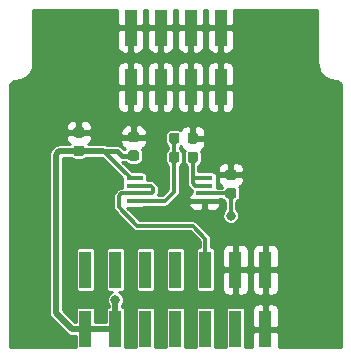
<source format=gbr>
G04 #@! TF.GenerationSoftware,KiCad,Pcbnew,5.1.12-84ad8e8a86~92~ubuntu20.04.1*
G04 #@! TF.CreationDate,2022-05-26T21:25:47-05:00*
G04 #@! TF.ProjectId,403SFM3020_sensor_module,34303353-464d-4333-9032-305f73656e73,rev?*
G04 #@! TF.SameCoordinates,Original*
G04 #@! TF.FileFunction,Copper,L4,Bot*
G04 #@! TF.FilePolarity,Positive*
%FSLAX46Y46*%
G04 Gerber Fmt 4.6, Leading zero omitted, Abs format (unit mm)*
G04 Created by KiCad (PCBNEW 5.1.12-84ad8e8a86~92~ubuntu20.04.1) date 2022-05-26 21:25:47*
%MOMM*%
%LPD*%
G01*
G04 APERTURE LIST*
G04 #@! TA.AperFunction,SMDPad,CuDef*
%ADD10R,1.000000X3.150000*%
G04 #@! TD*
G04 #@! TA.AperFunction,SMDPad,CuDef*
%ADD11R,1.450000X0.450000*%
G04 #@! TD*
G04 #@! TA.AperFunction,ViaPad*
%ADD12C,0.800000*%
G04 #@! TD*
G04 #@! TA.AperFunction,Conductor*
%ADD13C,0.300000*%
G04 #@! TD*
G04 #@! TA.AperFunction,Conductor*
%ADD14C,0.500000*%
G04 #@! TD*
G04 #@! TA.AperFunction,Conductor*
%ADD15C,0.400000*%
G04 #@! TD*
G04 #@! TA.AperFunction,Conductor*
%ADD16C,0.254000*%
G04 #@! TD*
G04 #@! TA.AperFunction,Conductor*
%ADD17C,0.100000*%
G04 #@! TD*
G04 APERTURE END LIST*
G04 #@! TA.AperFunction,SMDPad,CuDef*
G36*
G01*
X105021090Y-42941860D02*
X104508590Y-42941860D01*
G75*
G02*
X104289840Y-42723110I0J218750D01*
G01*
X104289840Y-42285610D01*
G75*
G02*
X104508590Y-42066860I218750J0D01*
G01*
X105021090Y-42066860D01*
G75*
G02*
X105239840Y-42285610I0J-218750D01*
G01*
X105239840Y-42723110D01*
G75*
G02*
X105021090Y-42941860I-218750J0D01*
G01*
G37*
G04 #@! TD.AperFunction*
G04 #@! TA.AperFunction,SMDPad,CuDef*
G36*
G01*
X105021090Y-41366860D02*
X104508590Y-41366860D01*
G75*
G02*
X104289840Y-41148110I0J218750D01*
G01*
X104289840Y-40710610D01*
G75*
G02*
X104508590Y-40491860I218750J0D01*
G01*
X105021090Y-40491860D01*
G75*
G02*
X105239840Y-40710610I0J-218750D01*
G01*
X105239840Y-41148110D01*
G75*
G02*
X105021090Y-41366860I-218750J0D01*
G01*
G37*
G04 #@! TD.AperFunction*
G04 #@! TA.AperFunction,SMDPad,CuDef*
G36*
G01*
X117878570Y-44955980D02*
X117366070Y-44955980D01*
G75*
G02*
X117147320Y-44737230I0J218750D01*
G01*
X117147320Y-44299730D01*
G75*
G02*
X117366070Y-44080980I218750J0D01*
G01*
X117878570Y-44080980D01*
G75*
G02*
X118097320Y-44299730I0J-218750D01*
G01*
X118097320Y-44737230D01*
G75*
G02*
X117878570Y-44955980I-218750J0D01*
G01*
G37*
G04 #@! TD.AperFunction*
G04 #@! TA.AperFunction,SMDPad,CuDef*
G36*
G01*
X117878570Y-46530980D02*
X117366070Y-46530980D01*
G75*
G02*
X117147320Y-46312230I0J218750D01*
G01*
X117147320Y-45874730D01*
G75*
G02*
X117366070Y-45655980I218750J0D01*
G01*
X117878570Y-45655980D01*
G75*
G02*
X118097320Y-45874730I0J-218750D01*
G01*
X118097320Y-46312230D01*
G75*
G02*
X117878570Y-46530980I-218750J0D01*
G01*
G37*
G04 #@! TD.AperFunction*
G04 #@! TA.AperFunction,SMDPad,CuDef*
G36*
G01*
X112396820Y-43286390D02*
X112396820Y-42773890D01*
G75*
G02*
X112615570Y-42555140I218750J0D01*
G01*
X113053070Y-42555140D01*
G75*
G02*
X113271820Y-42773890I0J-218750D01*
G01*
X113271820Y-43286390D01*
G75*
G02*
X113053070Y-43505140I-218750J0D01*
G01*
X112615570Y-43505140D01*
G75*
G02*
X112396820Y-43286390I0J218750D01*
G01*
G37*
G04 #@! TD.AperFunction*
G04 #@! TA.AperFunction,SMDPad,CuDef*
G36*
G01*
X113971820Y-43286390D02*
X113971820Y-42773890D01*
G75*
G02*
X114190570Y-42555140I218750J0D01*
G01*
X114628070Y-42555140D01*
G75*
G02*
X114846820Y-42773890I0J-218750D01*
G01*
X114846820Y-43286390D01*
G75*
G02*
X114628070Y-43505140I-218750J0D01*
G01*
X114190570Y-43505140D01*
G75*
G02*
X113971820Y-43286390I0J218750D01*
G01*
G37*
G04 #@! TD.AperFunction*
G04 #@! TA.AperFunction,SMDPad,CuDef*
G36*
G01*
X113971820Y-41676030D02*
X113971820Y-41163530D01*
G75*
G02*
X114190570Y-40944780I218750J0D01*
G01*
X114628070Y-40944780D01*
G75*
G02*
X114846820Y-41163530I0J-218750D01*
G01*
X114846820Y-41676030D01*
G75*
G02*
X114628070Y-41894780I-218750J0D01*
G01*
X114190570Y-41894780D01*
G75*
G02*
X113971820Y-41676030I0J218750D01*
G01*
G37*
G04 #@! TD.AperFunction*
G04 #@! TA.AperFunction,SMDPad,CuDef*
G36*
G01*
X112396820Y-41676030D02*
X112396820Y-41163530D01*
G75*
G02*
X112615570Y-40944780I218750J0D01*
G01*
X113053070Y-40944780D01*
G75*
G02*
X113271820Y-41163530I0J-218750D01*
G01*
X113271820Y-41676030D01*
G75*
G02*
X113053070Y-41894780I-218750J0D01*
G01*
X112615570Y-41894780D01*
G75*
G02*
X112396820Y-41676030I0J218750D01*
G01*
G37*
G04 #@! TD.AperFunction*
D10*
X105330000Y-52555000D03*
X105330000Y-57605000D03*
X107870000Y-52555000D03*
X107870000Y-57605000D03*
X110410000Y-52555000D03*
X110410000Y-57605000D03*
X112950000Y-52555000D03*
X112950000Y-57605000D03*
X115490000Y-52555000D03*
X115490000Y-57605000D03*
X118030000Y-52555000D03*
X118030000Y-57605000D03*
X120570000Y-52555000D03*
X120570000Y-57605000D03*
X116770000Y-37105000D03*
X116770000Y-32055000D03*
X114230000Y-37105000D03*
X114230000Y-32055000D03*
X111690000Y-37105000D03*
X111690000Y-32055000D03*
X109150000Y-37105000D03*
X109150000Y-32055000D03*
D11*
X115398340Y-44793260D03*
X115398340Y-45443260D03*
X115398340Y-46093260D03*
X115398340Y-46743260D03*
X109498340Y-46743260D03*
X109498340Y-46093260D03*
X109498340Y-45443260D03*
X109498340Y-44793260D03*
G04 #@! TA.AperFunction,SMDPad,CuDef*
G36*
G01*
X109651510Y-43340740D02*
X109139010Y-43340740D01*
G75*
G02*
X108920260Y-43121990I0J218750D01*
G01*
X108920260Y-42684490D01*
G75*
G02*
X109139010Y-42465740I218750J0D01*
G01*
X109651510Y-42465740D01*
G75*
G02*
X109870260Y-42684490I0J-218750D01*
G01*
X109870260Y-43121990D01*
G75*
G02*
X109651510Y-43340740I-218750J0D01*
G01*
G37*
G04 #@! TD.AperFunction*
G04 #@! TA.AperFunction,SMDPad,CuDef*
G36*
G01*
X109651510Y-41765740D02*
X109139010Y-41765740D01*
G75*
G02*
X108920260Y-41546990I0J218750D01*
G01*
X108920260Y-41109490D01*
G75*
G02*
X109139010Y-40890740I218750J0D01*
G01*
X109651510Y-40890740D01*
G75*
G02*
X109870260Y-41109490I0J-218750D01*
G01*
X109870260Y-41546990D01*
G75*
G02*
X109651510Y-41765740I-218750J0D01*
G01*
G37*
G04 #@! TD.AperFunction*
D12*
X102849680Y-32207200D03*
X103868220Y-32194500D03*
X104904540Y-32166560D03*
X105910380Y-32141160D03*
X102836980Y-33246060D03*
X103870760Y-33276540D03*
X104927400Y-33261300D03*
X105945940Y-33276540D03*
X102844600Y-34363660D03*
X103893620Y-34411920D03*
X104927400Y-34427160D03*
X106006900Y-34450020D03*
X120370600Y-32105600D03*
X121338340Y-32064960D03*
X122372120Y-32090360D03*
X123380500Y-32090360D03*
X120411240Y-33180020D03*
X121378980Y-33192720D03*
X122440700Y-33220660D03*
X123421140Y-33220660D03*
X120464580Y-34241740D03*
X121447560Y-34213800D03*
X122440700Y-34213800D03*
X123408440Y-34201100D03*
X123545600Y-51777900D03*
X124968000Y-51777900D03*
X123560840Y-52854860D03*
X124965460Y-52854860D03*
X123609100Y-53967380D03*
X124995940Y-53934360D03*
X123642120Y-55046880D03*
X125013720Y-55013860D03*
X102852220Y-35331400D03*
X103926640Y-35397440D03*
X104988360Y-35410140D03*
X106034840Y-35425380D03*
X120487440Y-35295840D03*
X121536460Y-35344100D03*
X122549920Y-35328860D03*
X123502420Y-35392360D03*
X117629940Y-47995840D03*
X107868720Y-55123080D03*
D13*
X117622100Y-46093260D02*
X117622320Y-46093480D01*
X115398340Y-46093260D02*
X117622100Y-46093260D01*
X117629940Y-46101100D02*
X117622320Y-46093480D01*
X117629940Y-47995840D02*
X117629940Y-46101100D01*
D14*
X107870000Y-57605000D02*
X105330000Y-57605000D01*
X105330000Y-57605000D02*
X104196220Y-57605000D01*
X104196220Y-57605000D02*
X102811580Y-56220360D01*
X102811580Y-56220360D02*
X102811580Y-42806620D01*
X102811580Y-42806620D02*
X103022400Y-42595800D01*
X104779200Y-42490000D02*
X104764840Y-42504360D01*
X106845000Y-42490000D02*
X104779200Y-42490000D01*
X103113840Y-42504360D02*
X102811580Y-42806620D01*
X104764840Y-42504360D02*
X103113840Y-42504360D01*
D13*
X109148260Y-44793260D02*
X106845000Y-42490000D01*
X109498340Y-44793260D02*
X109148260Y-44793260D01*
D15*
X109395260Y-42903240D02*
X108402220Y-42903240D01*
X107988980Y-42490000D02*
X106845000Y-42490000D01*
X108402220Y-42903240D02*
X107988980Y-42490000D01*
D14*
X107868720Y-57603720D02*
X107870000Y-57605000D01*
X107868720Y-55123080D02*
X107868720Y-57603720D01*
D13*
X109498340Y-45443260D02*
X110845720Y-45443260D01*
X110845720Y-45443260D02*
X111056420Y-45653960D01*
X111056420Y-45653960D02*
X111056420Y-46001940D01*
X110965100Y-46093260D02*
X109498340Y-46093260D01*
X111056420Y-46001940D02*
X110965100Y-46093260D01*
X109498340Y-46093260D02*
X108348900Y-46093260D01*
X108348900Y-46093260D02*
X108143040Y-46299120D01*
X108143040Y-46299120D02*
X108143040Y-47264320D01*
X108143040Y-47264320D02*
X109722920Y-48844200D01*
X109722920Y-48844200D02*
X114414300Y-48844200D01*
X115490000Y-49919900D02*
X115490000Y-52555000D01*
X114414300Y-48844200D02*
X115490000Y-49919900D01*
X112834320Y-41419780D02*
X112834320Y-43030140D01*
X109498340Y-46743260D02*
X112039760Y-46743260D01*
X112834320Y-45948700D02*
X112834320Y-43030140D01*
X112039760Y-46743260D02*
X112834320Y-45948700D01*
X115398340Y-44793260D02*
X114518800Y-44793260D01*
X114409320Y-44683780D02*
X114409320Y-43030140D01*
X114518800Y-44793260D02*
X114409320Y-44683780D01*
X115008540Y-45443260D02*
X115003340Y-45438060D01*
X115398340Y-45443260D02*
X115008540Y-45443260D01*
X115003340Y-45438060D02*
X114592100Y-45438060D01*
X114409320Y-45255280D02*
X114409320Y-44683780D01*
X114592100Y-45438060D02*
X114409320Y-45255280D01*
D16*
X108015000Y-31769250D02*
X108173750Y-31928000D01*
X109023000Y-31928000D01*
X109023000Y-31908000D01*
X109277000Y-31908000D01*
X109277000Y-31928000D01*
X110126250Y-31928000D01*
X110285000Y-31769250D01*
X110287889Y-30557000D01*
X110552111Y-30557000D01*
X110555000Y-31769250D01*
X110713750Y-31928000D01*
X111563000Y-31928000D01*
X111563000Y-31908000D01*
X111817000Y-31908000D01*
X111817000Y-31928000D01*
X112666250Y-31928000D01*
X112825000Y-31769250D01*
X112827889Y-30557000D01*
X113092111Y-30557000D01*
X113095000Y-31769250D01*
X113253750Y-31928000D01*
X114103000Y-31928000D01*
X114103000Y-31908000D01*
X114357000Y-31908000D01*
X114357000Y-31928000D01*
X115206250Y-31928000D01*
X115365000Y-31769250D01*
X115367889Y-30557000D01*
X115632111Y-30557000D01*
X115635000Y-31769250D01*
X115793750Y-31928000D01*
X116643000Y-31928000D01*
X116643000Y-31908000D01*
X116897000Y-31908000D01*
X116897000Y-31928000D01*
X117746250Y-31928000D01*
X117905000Y-31769250D01*
X117907889Y-30557000D01*
X124973000Y-30557000D01*
X124973001Y-35103423D01*
X124975030Y-35124025D01*
X124974987Y-35130214D01*
X124975637Y-35136842D01*
X124996038Y-35330939D01*
X125004734Y-35373303D01*
X125012832Y-35415755D01*
X125014756Y-35422126D01*
X125014757Y-35422132D01*
X125014759Y-35422138D01*
X125072469Y-35608568D01*
X125089220Y-35648418D01*
X125105417Y-35688508D01*
X125108542Y-35694384D01*
X125108544Y-35694389D01*
X125108547Y-35694393D01*
X125201369Y-35866065D01*
X125225564Y-35901936D01*
X125249218Y-35938084D01*
X125253420Y-35943236D01*
X125253426Y-35943244D01*
X125253433Y-35943251D01*
X125377832Y-36093623D01*
X125408498Y-36124076D01*
X125438756Y-36154975D01*
X125443882Y-36159214D01*
X125443888Y-36159220D01*
X125443895Y-36159224D01*
X125595130Y-36282569D01*
X125631133Y-36306489D01*
X125666812Y-36330920D01*
X125672666Y-36334084D01*
X125672670Y-36334087D01*
X125672674Y-36334089D01*
X125844993Y-36425712D01*
X125884972Y-36442190D01*
X125924700Y-36459218D01*
X125931056Y-36461185D01*
X125931063Y-36461188D01*
X125931070Y-36461189D01*
X126117898Y-36517597D01*
X126160337Y-36526000D01*
X126202595Y-36534983D01*
X126209212Y-36535677D01*
X126209220Y-36535679D01*
X126209228Y-36535679D01*
X126403452Y-36554723D01*
X126551139Y-36569204D01*
X126648432Y-36598579D01*
X126738159Y-36646287D01*
X126816911Y-36710517D01*
X126881690Y-36788820D01*
X126930026Y-36878216D01*
X126960077Y-36975296D01*
X126973000Y-37098248D01*
X126973001Y-59103000D01*
X121707889Y-59103000D01*
X121705000Y-57890750D01*
X121546250Y-57732000D01*
X120697000Y-57732000D01*
X120697000Y-57752000D01*
X120443000Y-57752000D01*
X120443000Y-57732000D01*
X119593750Y-57732000D01*
X119435000Y-57890750D01*
X119432111Y-59103000D01*
X118858582Y-59103000D01*
X118858582Y-56030000D01*
X119431928Y-56030000D01*
X119435000Y-57319250D01*
X119593750Y-57478000D01*
X120443000Y-57478000D01*
X120443000Y-55553750D01*
X120697000Y-55553750D01*
X120697000Y-57478000D01*
X121546250Y-57478000D01*
X121705000Y-57319250D01*
X121708072Y-56030000D01*
X121695812Y-55905518D01*
X121659502Y-55785820D01*
X121600537Y-55675506D01*
X121521185Y-55578815D01*
X121424494Y-55499463D01*
X121314180Y-55440498D01*
X121194482Y-55404188D01*
X121070000Y-55391928D01*
X120855750Y-55395000D01*
X120697000Y-55553750D01*
X120443000Y-55553750D01*
X120284250Y-55395000D01*
X120070000Y-55391928D01*
X119945518Y-55404188D01*
X119825820Y-55440498D01*
X119715506Y-55499463D01*
X119618815Y-55578815D01*
X119539463Y-55675506D01*
X119480498Y-55785820D01*
X119444188Y-55905518D01*
X119431928Y-56030000D01*
X118858582Y-56030000D01*
X118852268Y-55965897D01*
X118833570Y-55904257D01*
X118803206Y-55847450D01*
X118762343Y-55797657D01*
X118712550Y-55756794D01*
X118655743Y-55726430D01*
X118594103Y-55707732D01*
X118530000Y-55701418D01*
X117530000Y-55701418D01*
X117465897Y-55707732D01*
X117404257Y-55726430D01*
X117347450Y-55756794D01*
X117297657Y-55797657D01*
X117256794Y-55847450D01*
X117226430Y-55904257D01*
X117207732Y-55965897D01*
X117201418Y-56030000D01*
X117201418Y-59103000D01*
X116318582Y-59103000D01*
X116318582Y-56030000D01*
X116312268Y-55965897D01*
X116293570Y-55904257D01*
X116263206Y-55847450D01*
X116222343Y-55797657D01*
X116172550Y-55756794D01*
X116115743Y-55726430D01*
X116054103Y-55707732D01*
X115990000Y-55701418D01*
X114990000Y-55701418D01*
X114925897Y-55707732D01*
X114864257Y-55726430D01*
X114807450Y-55756794D01*
X114757657Y-55797657D01*
X114716794Y-55847450D01*
X114686430Y-55904257D01*
X114667732Y-55965897D01*
X114661418Y-56030000D01*
X114661418Y-59103000D01*
X113778582Y-59103000D01*
X113778582Y-56030000D01*
X113772268Y-55965897D01*
X113753570Y-55904257D01*
X113723206Y-55847450D01*
X113682343Y-55797657D01*
X113632550Y-55756794D01*
X113575743Y-55726430D01*
X113514103Y-55707732D01*
X113450000Y-55701418D01*
X112450000Y-55701418D01*
X112385897Y-55707732D01*
X112324257Y-55726430D01*
X112267450Y-55756794D01*
X112217657Y-55797657D01*
X112176794Y-55847450D01*
X112146430Y-55904257D01*
X112127732Y-55965897D01*
X112121418Y-56030000D01*
X112121418Y-59103000D01*
X111238582Y-59103000D01*
X111238582Y-56030000D01*
X111232268Y-55965897D01*
X111213570Y-55904257D01*
X111183206Y-55847450D01*
X111142343Y-55797657D01*
X111092550Y-55756794D01*
X111035743Y-55726430D01*
X110974103Y-55707732D01*
X110910000Y-55701418D01*
X109910000Y-55701418D01*
X109845897Y-55707732D01*
X109784257Y-55726430D01*
X109727450Y-55756794D01*
X109677657Y-55797657D01*
X109636794Y-55847450D01*
X109606430Y-55904257D01*
X109587732Y-55965897D01*
X109581418Y-56030000D01*
X109581418Y-59103000D01*
X108698582Y-59103000D01*
X108698582Y-56030000D01*
X108692268Y-55965897D01*
X108673570Y-55904257D01*
X108643206Y-55847450D01*
X108602343Y-55797657D01*
X108552550Y-55756794D01*
X108495743Y-55726430D01*
X108445720Y-55711256D01*
X108445720Y-55568105D01*
X108512979Y-55467444D01*
X108567782Y-55335138D01*
X108595720Y-55194683D01*
X108595720Y-55051477D01*
X108567782Y-54911022D01*
X108512979Y-54778716D01*
X108433418Y-54659644D01*
X108332156Y-54558382D01*
X108213084Y-54478821D01*
X108164223Y-54458582D01*
X108370000Y-54458582D01*
X108434103Y-54452268D01*
X108495743Y-54433570D01*
X108552550Y-54403206D01*
X108602343Y-54362343D01*
X108643206Y-54312550D01*
X108673570Y-54255743D01*
X108692268Y-54194103D01*
X108698582Y-54130000D01*
X108698582Y-50980000D01*
X109581418Y-50980000D01*
X109581418Y-54130000D01*
X109587732Y-54194103D01*
X109606430Y-54255743D01*
X109636794Y-54312550D01*
X109677657Y-54362343D01*
X109727450Y-54403206D01*
X109784257Y-54433570D01*
X109845897Y-54452268D01*
X109910000Y-54458582D01*
X110910000Y-54458582D01*
X110974103Y-54452268D01*
X111035743Y-54433570D01*
X111092550Y-54403206D01*
X111142343Y-54362343D01*
X111183206Y-54312550D01*
X111213570Y-54255743D01*
X111232268Y-54194103D01*
X111238582Y-54130000D01*
X111238582Y-50980000D01*
X112121418Y-50980000D01*
X112121418Y-54130000D01*
X112127732Y-54194103D01*
X112146430Y-54255743D01*
X112176794Y-54312550D01*
X112217657Y-54362343D01*
X112267450Y-54403206D01*
X112324257Y-54433570D01*
X112385897Y-54452268D01*
X112450000Y-54458582D01*
X113450000Y-54458582D01*
X113514103Y-54452268D01*
X113575743Y-54433570D01*
X113632550Y-54403206D01*
X113682343Y-54362343D01*
X113723206Y-54312550D01*
X113753570Y-54255743D01*
X113772268Y-54194103D01*
X113778582Y-54130000D01*
X113778582Y-50980000D01*
X113772268Y-50915897D01*
X113753570Y-50854257D01*
X113723206Y-50797450D01*
X113682343Y-50747657D01*
X113632550Y-50706794D01*
X113575743Y-50676430D01*
X113514103Y-50657732D01*
X113450000Y-50651418D01*
X112450000Y-50651418D01*
X112385897Y-50657732D01*
X112324257Y-50676430D01*
X112267450Y-50706794D01*
X112217657Y-50747657D01*
X112176794Y-50797450D01*
X112146430Y-50854257D01*
X112127732Y-50915897D01*
X112121418Y-50980000D01*
X111238582Y-50980000D01*
X111232268Y-50915897D01*
X111213570Y-50854257D01*
X111183206Y-50797450D01*
X111142343Y-50747657D01*
X111092550Y-50706794D01*
X111035743Y-50676430D01*
X110974103Y-50657732D01*
X110910000Y-50651418D01*
X109910000Y-50651418D01*
X109845897Y-50657732D01*
X109784257Y-50676430D01*
X109727450Y-50706794D01*
X109677657Y-50747657D01*
X109636794Y-50797450D01*
X109606430Y-50854257D01*
X109587732Y-50915897D01*
X109581418Y-50980000D01*
X108698582Y-50980000D01*
X108692268Y-50915897D01*
X108673570Y-50854257D01*
X108643206Y-50797450D01*
X108602343Y-50747657D01*
X108552550Y-50706794D01*
X108495743Y-50676430D01*
X108434103Y-50657732D01*
X108370000Y-50651418D01*
X107370000Y-50651418D01*
X107305897Y-50657732D01*
X107244257Y-50676430D01*
X107187450Y-50706794D01*
X107137657Y-50747657D01*
X107096794Y-50797450D01*
X107066430Y-50854257D01*
X107047732Y-50915897D01*
X107041418Y-50980000D01*
X107041418Y-54130000D01*
X107047732Y-54194103D01*
X107066430Y-54255743D01*
X107096794Y-54312550D01*
X107137657Y-54362343D01*
X107187450Y-54403206D01*
X107244257Y-54433570D01*
X107305897Y-54452268D01*
X107370000Y-54458582D01*
X107573217Y-54458582D01*
X107524356Y-54478821D01*
X107405284Y-54558382D01*
X107304022Y-54659644D01*
X107224461Y-54778716D01*
X107169658Y-54911022D01*
X107141720Y-55051477D01*
X107141720Y-55194683D01*
X107169658Y-55335138D01*
X107224461Y-55467444D01*
X107291720Y-55568105D01*
X107291720Y-55712032D01*
X107244257Y-55726430D01*
X107187450Y-55756794D01*
X107137657Y-55797657D01*
X107096794Y-55847450D01*
X107066430Y-55904257D01*
X107047732Y-55965897D01*
X107041418Y-56030000D01*
X107041418Y-57028000D01*
X106158582Y-57028000D01*
X106158582Y-56030000D01*
X106152268Y-55965897D01*
X106133570Y-55904257D01*
X106103206Y-55847450D01*
X106062343Y-55797657D01*
X106012550Y-55756794D01*
X105955743Y-55726430D01*
X105894103Y-55707732D01*
X105830000Y-55701418D01*
X104830000Y-55701418D01*
X104765897Y-55707732D01*
X104704257Y-55726430D01*
X104647450Y-55756794D01*
X104597657Y-55797657D01*
X104556794Y-55847450D01*
X104526430Y-55904257D01*
X104507732Y-55965897D01*
X104501418Y-56030000D01*
X104501418Y-57028000D01*
X104435221Y-57028000D01*
X103388580Y-55981359D01*
X103388580Y-50980000D01*
X104501418Y-50980000D01*
X104501418Y-54130000D01*
X104507732Y-54194103D01*
X104526430Y-54255743D01*
X104556794Y-54312550D01*
X104597657Y-54362343D01*
X104647450Y-54403206D01*
X104704257Y-54433570D01*
X104765897Y-54452268D01*
X104830000Y-54458582D01*
X105830000Y-54458582D01*
X105894103Y-54452268D01*
X105955743Y-54433570D01*
X106012550Y-54403206D01*
X106062343Y-54362343D01*
X106103206Y-54312550D01*
X106133570Y-54255743D01*
X106152268Y-54194103D01*
X106158582Y-54130000D01*
X106158582Y-50980000D01*
X106152268Y-50915897D01*
X106133570Y-50854257D01*
X106103206Y-50797450D01*
X106062343Y-50747657D01*
X106012550Y-50706794D01*
X105955743Y-50676430D01*
X105894103Y-50657732D01*
X105830000Y-50651418D01*
X104830000Y-50651418D01*
X104765897Y-50657732D01*
X104704257Y-50676430D01*
X104647450Y-50706794D01*
X104597657Y-50747657D01*
X104556794Y-50797450D01*
X104526430Y-50854257D01*
X104507732Y-50915897D01*
X104501418Y-50980000D01*
X103388580Y-50980000D01*
X103388580Y-43081360D01*
X104097955Y-43081360D01*
X104121568Y-43110132D01*
X104204509Y-43178200D01*
X104299135Y-43228779D01*
X104401811Y-43259925D01*
X104508590Y-43270442D01*
X105021090Y-43270442D01*
X105127869Y-43259925D01*
X105230545Y-43228779D01*
X105325171Y-43178200D01*
X105408112Y-43110132D01*
X105443510Y-43067000D01*
X106747421Y-43067000D01*
X108444758Y-44764338D01*
X108444758Y-45018260D01*
X108451072Y-45082363D01*
X108461961Y-45118260D01*
X108451072Y-45154157D01*
X108444758Y-45218260D01*
X108444758Y-45616260D01*
X108372314Y-45616260D01*
X108348899Y-45613954D01*
X108325484Y-45616260D01*
X108325477Y-45616260D01*
X108255392Y-45623163D01*
X108165477Y-45650438D01*
X108082611Y-45694731D01*
X108009979Y-45754339D01*
X107995045Y-45772536D01*
X107822316Y-45945265D01*
X107804119Y-45960199D01*
X107744511Y-46032831D01*
X107700218Y-46115698D01*
X107672943Y-46205613D01*
X107666040Y-46275698D01*
X107666040Y-46275705D01*
X107663734Y-46299120D01*
X107666040Y-46322535D01*
X107666041Y-47240895D01*
X107663734Y-47264320D01*
X107672943Y-47357827D01*
X107700218Y-47447742D01*
X107700219Y-47447743D01*
X107744512Y-47530609D01*
X107804120Y-47603241D01*
X107822311Y-47618170D01*
X109369067Y-49164927D01*
X109383999Y-49183121D01*
X109456631Y-49242729D01*
X109539497Y-49287022D01*
X109629412Y-49314297D01*
X109699497Y-49321200D01*
X109699505Y-49321200D01*
X109722920Y-49323506D01*
X109746335Y-49321200D01*
X114216721Y-49321200D01*
X115013000Y-50117480D01*
X115013000Y-50651418D01*
X114990000Y-50651418D01*
X114925897Y-50657732D01*
X114864257Y-50676430D01*
X114807450Y-50706794D01*
X114757657Y-50747657D01*
X114716794Y-50797450D01*
X114686430Y-50854257D01*
X114667732Y-50915897D01*
X114661418Y-50980000D01*
X114661418Y-54130000D01*
X114667732Y-54194103D01*
X114686430Y-54255743D01*
X114716794Y-54312550D01*
X114757657Y-54362343D01*
X114807450Y-54403206D01*
X114864257Y-54433570D01*
X114925897Y-54452268D01*
X114990000Y-54458582D01*
X115990000Y-54458582D01*
X116054103Y-54452268D01*
X116115743Y-54433570D01*
X116172550Y-54403206D01*
X116222343Y-54362343D01*
X116263206Y-54312550D01*
X116293570Y-54255743D01*
X116312268Y-54194103D01*
X116318582Y-54130000D01*
X116891928Y-54130000D01*
X116904188Y-54254482D01*
X116940498Y-54374180D01*
X116999463Y-54484494D01*
X117078815Y-54581185D01*
X117175506Y-54660537D01*
X117285820Y-54719502D01*
X117405518Y-54755812D01*
X117530000Y-54768072D01*
X117744250Y-54765000D01*
X117903000Y-54606250D01*
X117903000Y-52682000D01*
X118157000Y-52682000D01*
X118157000Y-54606250D01*
X118315750Y-54765000D01*
X118530000Y-54768072D01*
X118654482Y-54755812D01*
X118774180Y-54719502D01*
X118884494Y-54660537D01*
X118981185Y-54581185D01*
X119060537Y-54484494D01*
X119119502Y-54374180D01*
X119155812Y-54254482D01*
X119168072Y-54130000D01*
X119431928Y-54130000D01*
X119444188Y-54254482D01*
X119480498Y-54374180D01*
X119539463Y-54484494D01*
X119618815Y-54581185D01*
X119715506Y-54660537D01*
X119825820Y-54719502D01*
X119945518Y-54755812D01*
X120070000Y-54768072D01*
X120284250Y-54765000D01*
X120443000Y-54606250D01*
X120443000Y-52682000D01*
X120697000Y-52682000D01*
X120697000Y-54606250D01*
X120855750Y-54765000D01*
X121070000Y-54768072D01*
X121194482Y-54755812D01*
X121314180Y-54719502D01*
X121424494Y-54660537D01*
X121521185Y-54581185D01*
X121600537Y-54484494D01*
X121659502Y-54374180D01*
X121695812Y-54254482D01*
X121708072Y-54130000D01*
X121705000Y-52840750D01*
X121546250Y-52682000D01*
X120697000Y-52682000D01*
X120443000Y-52682000D01*
X119593750Y-52682000D01*
X119435000Y-52840750D01*
X119431928Y-54130000D01*
X119168072Y-54130000D01*
X119165000Y-52840750D01*
X119006250Y-52682000D01*
X118157000Y-52682000D01*
X117903000Y-52682000D01*
X117053750Y-52682000D01*
X116895000Y-52840750D01*
X116891928Y-54130000D01*
X116318582Y-54130000D01*
X116318582Y-50980000D01*
X116891928Y-50980000D01*
X116895000Y-52269250D01*
X117053750Y-52428000D01*
X117903000Y-52428000D01*
X117903000Y-50503750D01*
X118157000Y-50503750D01*
X118157000Y-52428000D01*
X119006250Y-52428000D01*
X119165000Y-52269250D01*
X119168072Y-50980000D01*
X119431928Y-50980000D01*
X119435000Y-52269250D01*
X119593750Y-52428000D01*
X120443000Y-52428000D01*
X120443000Y-50503750D01*
X120697000Y-50503750D01*
X120697000Y-52428000D01*
X121546250Y-52428000D01*
X121705000Y-52269250D01*
X121708072Y-50980000D01*
X121695812Y-50855518D01*
X121659502Y-50735820D01*
X121600537Y-50625506D01*
X121521185Y-50528815D01*
X121424494Y-50449463D01*
X121314180Y-50390498D01*
X121194482Y-50354188D01*
X121070000Y-50341928D01*
X120855750Y-50345000D01*
X120697000Y-50503750D01*
X120443000Y-50503750D01*
X120284250Y-50345000D01*
X120070000Y-50341928D01*
X119945518Y-50354188D01*
X119825820Y-50390498D01*
X119715506Y-50449463D01*
X119618815Y-50528815D01*
X119539463Y-50625506D01*
X119480498Y-50735820D01*
X119444188Y-50855518D01*
X119431928Y-50980000D01*
X119168072Y-50980000D01*
X119155812Y-50855518D01*
X119119502Y-50735820D01*
X119060537Y-50625506D01*
X118981185Y-50528815D01*
X118884494Y-50449463D01*
X118774180Y-50390498D01*
X118654482Y-50354188D01*
X118530000Y-50341928D01*
X118315750Y-50345000D01*
X118157000Y-50503750D01*
X117903000Y-50503750D01*
X117744250Y-50345000D01*
X117530000Y-50341928D01*
X117405518Y-50354188D01*
X117285820Y-50390498D01*
X117175506Y-50449463D01*
X117078815Y-50528815D01*
X116999463Y-50625506D01*
X116940498Y-50735820D01*
X116904188Y-50855518D01*
X116891928Y-50980000D01*
X116318582Y-50980000D01*
X116312268Y-50915897D01*
X116293570Y-50854257D01*
X116263206Y-50797450D01*
X116222343Y-50747657D01*
X116172550Y-50706794D01*
X116115743Y-50676430D01*
X116054103Y-50657732D01*
X115990000Y-50651418D01*
X115967000Y-50651418D01*
X115967000Y-49943323D01*
X115969307Y-49919900D01*
X115960097Y-49826392D01*
X115932822Y-49736477D01*
X115888529Y-49653611D01*
X115843852Y-49599172D01*
X115843850Y-49599170D01*
X115828921Y-49580979D01*
X115810729Y-49566049D01*
X114768155Y-48523476D01*
X114753221Y-48505279D01*
X114680589Y-48445671D01*
X114597723Y-48401378D01*
X114507808Y-48374103D01*
X114437723Y-48367200D01*
X114437715Y-48367200D01*
X114414300Y-48364894D01*
X114390885Y-48367200D01*
X109920500Y-48367200D01*
X108850141Y-47296842D01*
X110223340Y-47296842D01*
X110287443Y-47290528D01*
X110349083Y-47271830D01*
X110405890Y-47241466D01*
X110431730Y-47220260D01*
X112016345Y-47220260D01*
X112039760Y-47222566D01*
X112063175Y-47220260D01*
X112063183Y-47220260D01*
X112133268Y-47213357D01*
X112223183Y-47186082D01*
X112306049Y-47141789D01*
X112378681Y-47082181D01*
X112393615Y-47063984D01*
X112457589Y-47000010D01*
X114038340Y-47000010D01*
X114049496Y-47102256D01*
X114087625Y-47221387D01*
X114148262Y-47330791D01*
X114229077Y-47426263D01*
X114326965Y-47504134D01*
X114438165Y-47561411D01*
X114558401Y-47595894D01*
X114683055Y-47606258D01*
X115112590Y-47603260D01*
X115271340Y-47444510D01*
X115271340Y-46841260D01*
X115525340Y-46841260D01*
X115525340Y-47444510D01*
X115684090Y-47603260D01*
X116113625Y-47606258D01*
X116238279Y-47595894D01*
X116358515Y-47561411D01*
X116469715Y-47504134D01*
X116567603Y-47426263D01*
X116648418Y-47330791D01*
X116709055Y-47221387D01*
X116747184Y-47102256D01*
X116758340Y-47000010D01*
X116599590Y-46841260D01*
X115525340Y-46841260D01*
X115271340Y-46841260D01*
X114197090Y-46841260D01*
X114038340Y-47000010D01*
X112457589Y-47000010D01*
X113155049Y-46302551D01*
X113173241Y-46287621D01*
X113232849Y-46214989D01*
X113277142Y-46132123D01*
X113304417Y-46042208D01*
X113311320Y-45972123D01*
X113311320Y-45972122D01*
X113313627Y-45948700D01*
X113311320Y-45925277D01*
X113311320Y-43765977D01*
X113357151Y-43741480D01*
X113440092Y-43673412D01*
X113508160Y-43590471D01*
X113558739Y-43495845D01*
X113589885Y-43393169D01*
X113600402Y-43286390D01*
X113600402Y-42773890D01*
X113589885Y-42667111D01*
X113558739Y-42564435D01*
X113508160Y-42469809D01*
X113440092Y-42386868D01*
X113357151Y-42318800D01*
X113311320Y-42294303D01*
X113311320Y-42155617D01*
X113357151Y-42131120D01*
X113375397Y-42116146D01*
X113382318Y-42138960D01*
X113441283Y-42249274D01*
X113520635Y-42345965D01*
X113617326Y-42425317D01*
X113727640Y-42484282D01*
X113727729Y-42484309D01*
X113684901Y-42564435D01*
X113653755Y-42667111D01*
X113643238Y-42773890D01*
X113643238Y-43286390D01*
X113653755Y-43393169D01*
X113684901Y-43495845D01*
X113735480Y-43590471D01*
X113803548Y-43673412D01*
X113886489Y-43741480D01*
X113932321Y-43765978D01*
X113932320Y-44660365D01*
X113930014Y-44683780D01*
X113932320Y-44707195D01*
X113932320Y-44707202D01*
X113932321Y-44707211D01*
X113932320Y-45231864D01*
X113930014Y-45255280D01*
X113932320Y-45278695D01*
X113932320Y-45278702D01*
X113939223Y-45348787D01*
X113966498Y-45438702D01*
X114010791Y-45521569D01*
X114070399Y-45594201D01*
X114088596Y-45609135D01*
X114238245Y-45758784D01*
X114253179Y-45776981D01*
X114325811Y-45836589D01*
X114346774Y-45847794D01*
X114344758Y-45868260D01*
X114344758Y-45973221D01*
X114326965Y-45982386D01*
X114229077Y-46060257D01*
X114148262Y-46155729D01*
X114087625Y-46265133D01*
X114049496Y-46384264D01*
X114038340Y-46486510D01*
X114197090Y-46645260D01*
X114657279Y-46645260D01*
X114673340Y-46646842D01*
X116123340Y-46646842D01*
X116139401Y-46645260D01*
X116599590Y-46645260D01*
X116674590Y-46570260D01*
X116886365Y-46570260D01*
X116910980Y-46616311D01*
X116979048Y-46699252D01*
X117061989Y-46767320D01*
X117152941Y-46815935D01*
X117152940Y-47444706D01*
X117065242Y-47532404D01*
X116985681Y-47651476D01*
X116930878Y-47783782D01*
X116902940Y-47924237D01*
X116902940Y-48067443D01*
X116930878Y-48207898D01*
X116985681Y-48340204D01*
X117065242Y-48459276D01*
X117166504Y-48560538D01*
X117285576Y-48640099D01*
X117417882Y-48694902D01*
X117558337Y-48722840D01*
X117701543Y-48722840D01*
X117841998Y-48694902D01*
X117974304Y-48640099D01*
X118093376Y-48560538D01*
X118194638Y-48459276D01*
X118274199Y-48340204D01*
X118329002Y-48207898D01*
X118356940Y-48067443D01*
X118356940Y-47924237D01*
X118329002Y-47783782D01*
X118274199Y-47651476D01*
X118194638Y-47532404D01*
X118106940Y-47444706D01*
X118106940Y-46807789D01*
X118182651Y-46767320D01*
X118265592Y-46699252D01*
X118333660Y-46616311D01*
X118384239Y-46521685D01*
X118415385Y-46419009D01*
X118425902Y-46312230D01*
X118425902Y-45874730D01*
X118415385Y-45767951D01*
X118384239Y-45665275D01*
X118333660Y-45570649D01*
X118318686Y-45552403D01*
X118341500Y-45545482D01*
X118451814Y-45486517D01*
X118548505Y-45407165D01*
X118627857Y-45310474D01*
X118686822Y-45200160D01*
X118723132Y-45080462D01*
X118735392Y-44955980D01*
X118732320Y-44804230D01*
X118573570Y-44645480D01*
X117749320Y-44645480D01*
X117749320Y-44665480D01*
X117495320Y-44665480D01*
X117495320Y-44645480D01*
X116671070Y-44645480D01*
X116512320Y-44804230D01*
X116509248Y-44955980D01*
X116521508Y-45080462D01*
X116557818Y-45200160D01*
X116616783Y-45310474D01*
X116696135Y-45407165D01*
X116792826Y-45486517D01*
X116903140Y-45545482D01*
X116925954Y-45552403D01*
X116910980Y-45570649D01*
X116886600Y-45616260D01*
X116451922Y-45616260D01*
X116451922Y-45218260D01*
X116445608Y-45154157D01*
X116434719Y-45118260D01*
X116445608Y-45082363D01*
X116451922Y-45018260D01*
X116451922Y-44568260D01*
X116445608Y-44504157D01*
X116426910Y-44442517D01*
X116396546Y-44385710D01*
X116355683Y-44335917D01*
X116305890Y-44295054D01*
X116249083Y-44264690D01*
X116187443Y-44245992D01*
X116123340Y-44239678D01*
X114886320Y-44239678D01*
X114886320Y-44080980D01*
X116509248Y-44080980D01*
X116512320Y-44232730D01*
X116671070Y-44391480D01*
X117495320Y-44391480D01*
X117495320Y-43604730D01*
X117749320Y-43604730D01*
X117749320Y-44391480D01*
X118573570Y-44391480D01*
X118732320Y-44232730D01*
X118735392Y-44080980D01*
X118723132Y-43956498D01*
X118686822Y-43836800D01*
X118627857Y-43726486D01*
X118548505Y-43629795D01*
X118451814Y-43550443D01*
X118341500Y-43491478D01*
X118221802Y-43455168D01*
X118097320Y-43442908D01*
X117908070Y-43445980D01*
X117749320Y-43604730D01*
X117495320Y-43604730D01*
X117336570Y-43445980D01*
X117147320Y-43442908D01*
X117022838Y-43455168D01*
X116903140Y-43491478D01*
X116792826Y-43550443D01*
X116696135Y-43629795D01*
X116616783Y-43726486D01*
X116557818Y-43836800D01*
X116521508Y-43956498D01*
X116509248Y-44080980D01*
X114886320Y-44080980D01*
X114886320Y-43765977D01*
X114932151Y-43741480D01*
X115015092Y-43673412D01*
X115083160Y-43590471D01*
X115133739Y-43495845D01*
X115164885Y-43393169D01*
X115175402Y-43286390D01*
X115175402Y-42773890D01*
X115164885Y-42667111D01*
X115133739Y-42564435D01*
X115090911Y-42484309D01*
X115091000Y-42484282D01*
X115201314Y-42425317D01*
X115298005Y-42345965D01*
X115377357Y-42249274D01*
X115436322Y-42138960D01*
X115472632Y-42019262D01*
X115484892Y-41894780D01*
X115481820Y-41705530D01*
X115323070Y-41546780D01*
X114536320Y-41546780D01*
X114536320Y-41566780D01*
X114282320Y-41566780D01*
X114282320Y-41546780D01*
X114262320Y-41546780D01*
X114262320Y-41292780D01*
X114282320Y-41292780D01*
X114282320Y-40468530D01*
X114536320Y-40468530D01*
X114536320Y-41292780D01*
X115323070Y-41292780D01*
X115481820Y-41134030D01*
X115484892Y-40944780D01*
X115472632Y-40820298D01*
X115436322Y-40700600D01*
X115377357Y-40590286D01*
X115298005Y-40493595D01*
X115201314Y-40414243D01*
X115091000Y-40355278D01*
X114971302Y-40318968D01*
X114846820Y-40306708D01*
X114695070Y-40309780D01*
X114536320Y-40468530D01*
X114282320Y-40468530D01*
X114123570Y-40309780D01*
X113971820Y-40306708D01*
X113847338Y-40318968D01*
X113727640Y-40355278D01*
X113617326Y-40414243D01*
X113520635Y-40493595D01*
X113441283Y-40590286D01*
X113382318Y-40700600D01*
X113375397Y-40723414D01*
X113357151Y-40708440D01*
X113262525Y-40657861D01*
X113159849Y-40626715D01*
X113053070Y-40616198D01*
X112615570Y-40616198D01*
X112508791Y-40626715D01*
X112406115Y-40657861D01*
X112311489Y-40708440D01*
X112228548Y-40776508D01*
X112160480Y-40859449D01*
X112109901Y-40954075D01*
X112078755Y-41056751D01*
X112068238Y-41163530D01*
X112068238Y-41676030D01*
X112078755Y-41782809D01*
X112109901Y-41885485D01*
X112160480Y-41980111D01*
X112228548Y-42063052D01*
X112311489Y-42131120D01*
X112357320Y-42155618D01*
X112357321Y-42294302D01*
X112311489Y-42318800D01*
X112228548Y-42386868D01*
X112160480Y-42469809D01*
X112109901Y-42564435D01*
X112078755Y-42667111D01*
X112068238Y-42773890D01*
X112068238Y-43286390D01*
X112078755Y-43393169D01*
X112109901Y-43495845D01*
X112160480Y-43590471D01*
X112228548Y-43673412D01*
X112311489Y-43741480D01*
X112357321Y-43765978D01*
X112357320Y-45751120D01*
X111842181Y-46266260D01*
X111456001Y-46266260D01*
X111499242Y-46185363D01*
X111526517Y-46095448D01*
X111533420Y-46025362D01*
X111533420Y-46025355D01*
X111535726Y-46001940D01*
X111533420Y-45978525D01*
X111533420Y-45677375D01*
X111535726Y-45653960D01*
X111533420Y-45630545D01*
X111533420Y-45630537D01*
X111526517Y-45560452D01*
X111499242Y-45470537D01*
X111454949Y-45387671D01*
X111395341Y-45315039D01*
X111377144Y-45300105D01*
X111199575Y-45122536D01*
X111184641Y-45104339D01*
X111112009Y-45044731D01*
X111029143Y-45000438D01*
X110939228Y-44973163D01*
X110869143Y-44966260D01*
X110869135Y-44966260D01*
X110845720Y-44963954D01*
X110822305Y-44966260D01*
X110551922Y-44966260D01*
X110551922Y-44568260D01*
X110545608Y-44504157D01*
X110526910Y-44442517D01*
X110496546Y-44385710D01*
X110455683Y-44335917D01*
X110405890Y-44295054D01*
X110349083Y-44264690D01*
X110287443Y-44245992D01*
X110223340Y-44239678D01*
X109269258Y-44239678D01*
X108459820Y-43430240D01*
X108687341Y-43430240D01*
X108751988Y-43509012D01*
X108834929Y-43577080D01*
X108929555Y-43627659D01*
X109032231Y-43658805D01*
X109139010Y-43669322D01*
X109651510Y-43669322D01*
X109758289Y-43658805D01*
X109860965Y-43627659D01*
X109955591Y-43577080D01*
X110038532Y-43509012D01*
X110106600Y-43426071D01*
X110157179Y-43331445D01*
X110188325Y-43228769D01*
X110198842Y-43121990D01*
X110198842Y-42684490D01*
X110188325Y-42577711D01*
X110157179Y-42475035D01*
X110106600Y-42380409D01*
X110091626Y-42362163D01*
X110114440Y-42355242D01*
X110224754Y-42296277D01*
X110321445Y-42216925D01*
X110400797Y-42120234D01*
X110459762Y-42009920D01*
X110496072Y-41890222D01*
X110508332Y-41765740D01*
X110505260Y-41613990D01*
X110346510Y-41455240D01*
X109522260Y-41455240D01*
X109522260Y-41475240D01*
X109268260Y-41475240D01*
X109268260Y-41455240D01*
X108444010Y-41455240D01*
X108285260Y-41613990D01*
X108282188Y-41765740D01*
X108294448Y-41890222D01*
X108330758Y-42009920D01*
X108389723Y-42120234D01*
X108469075Y-42216925D01*
X108565766Y-42296277D01*
X108676080Y-42355242D01*
X108698894Y-42362163D01*
X108687341Y-42376240D01*
X108620510Y-42376240D01*
X108379935Y-42135666D01*
X108363428Y-42115552D01*
X108283182Y-42049696D01*
X108191630Y-42000761D01*
X108092290Y-41970626D01*
X108014861Y-41963000D01*
X107988980Y-41960451D01*
X107963099Y-41963000D01*
X107083072Y-41963000D01*
X107066876Y-41954343D01*
X106958112Y-41921350D01*
X106873336Y-41913000D01*
X105565143Y-41913000D01*
X105594334Y-41897397D01*
X105691025Y-41818045D01*
X105770377Y-41721354D01*
X105829342Y-41611040D01*
X105865652Y-41491342D01*
X105877912Y-41366860D01*
X105874840Y-41215110D01*
X105716090Y-41056360D01*
X104891840Y-41056360D01*
X104891840Y-41076360D01*
X104637840Y-41076360D01*
X104637840Y-41056360D01*
X103813590Y-41056360D01*
X103654840Y-41215110D01*
X103651768Y-41366860D01*
X103664028Y-41491342D01*
X103700338Y-41611040D01*
X103759303Y-41721354D01*
X103838655Y-41818045D01*
X103935346Y-41897397D01*
X103991402Y-41927360D01*
X103142168Y-41927360D01*
X103113839Y-41924570D01*
X103085510Y-41927360D01*
X103085504Y-41927360D01*
X103000728Y-41935710D01*
X102891964Y-41968703D01*
X102791725Y-42022281D01*
X102703866Y-42094386D01*
X102685803Y-42116396D01*
X102423614Y-42378585D01*
X102401607Y-42396646D01*
X102383546Y-42418653D01*
X102383543Y-42418656D01*
X102378077Y-42425317D01*
X102329502Y-42484505D01*
X102294050Y-42550833D01*
X102275924Y-42584744D01*
X102242929Y-42693509D01*
X102231790Y-42806620D01*
X102234581Y-42834961D01*
X102234580Y-56192029D01*
X102231790Y-56220360D01*
X102242929Y-56333471D01*
X102262376Y-56397577D01*
X102275923Y-56442235D01*
X102329501Y-56542474D01*
X102401606Y-56630334D01*
X102423618Y-56648399D01*
X103768181Y-57992962D01*
X103786246Y-58014974D01*
X103874105Y-58087079D01*
X103974344Y-58140657D01*
X104019002Y-58154204D01*
X104083108Y-58173651D01*
X104196220Y-58184791D01*
X104224559Y-58182000D01*
X104501418Y-58182000D01*
X104501418Y-59103000D01*
X98927000Y-59103000D01*
X98927000Y-40890740D01*
X108282188Y-40890740D01*
X108285260Y-41042490D01*
X108444010Y-41201240D01*
X109268260Y-41201240D01*
X109268260Y-40414490D01*
X109522260Y-40414490D01*
X109522260Y-41201240D01*
X110346510Y-41201240D01*
X110505260Y-41042490D01*
X110508332Y-40890740D01*
X110496072Y-40766258D01*
X110459762Y-40646560D01*
X110400797Y-40536246D01*
X110321445Y-40439555D01*
X110224754Y-40360203D01*
X110114440Y-40301238D01*
X109994742Y-40264928D01*
X109870260Y-40252668D01*
X109681010Y-40255740D01*
X109522260Y-40414490D01*
X109268260Y-40414490D01*
X109109510Y-40255740D01*
X108920260Y-40252668D01*
X108795778Y-40264928D01*
X108676080Y-40301238D01*
X108565766Y-40360203D01*
X108469075Y-40439555D01*
X108389723Y-40536246D01*
X108330758Y-40646560D01*
X108294448Y-40766258D01*
X108282188Y-40890740D01*
X98927000Y-40890740D01*
X98927000Y-40491860D01*
X103651768Y-40491860D01*
X103654840Y-40643610D01*
X103813590Y-40802360D01*
X104637840Y-40802360D01*
X104637840Y-40015610D01*
X104891840Y-40015610D01*
X104891840Y-40802360D01*
X105716090Y-40802360D01*
X105874840Y-40643610D01*
X105877912Y-40491860D01*
X105865652Y-40367378D01*
X105829342Y-40247680D01*
X105770377Y-40137366D01*
X105691025Y-40040675D01*
X105594334Y-39961323D01*
X105484020Y-39902358D01*
X105364322Y-39866048D01*
X105239840Y-39853788D01*
X105050590Y-39856860D01*
X104891840Y-40015610D01*
X104637840Y-40015610D01*
X104479090Y-39856860D01*
X104289840Y-39853788D01*
X104165358Y-39866048D01*
X104045660Y-39902358D01*
X103935346Y-39961323D01*
X103838655Y-40040675D01*
X103759303Y-40137366D01*
X103700338Y-40247680D01*
X103664028Y-40367378D01*
X103651768Y-40491860D01*
X98927000Y-40491860D01*
X98927000Y-38680000D01*
X108011928Y-38680000D01*
X108024188Y-38804482D01*
X108060498Y-38924180D01*
X108119463Y-39034494D01*
X108198815Y-39131185D01*
X108295506Y-39210537D01*
X108405820Y-39269502D01*
X108525518Y-39305812D01*
X108650000Y-39318072D01*
X108864250Y-39315000D01*
X109023000Y-39156250D01*
X109023000Y-37232000D01*
X109277000Y-37232000D01*
X109277000Y-39156250D01*
X109435750Y-39315000D01*
X109650000Y-39318072D01*
X109774482Y-39305812D01*
X109894180Y-39269502D01*
X110004494Y-39210537D01*
X110101185Y-39131185D01*
X110180537Y-39034494D01*
X110239502Y-38924180D01*
X110275812Y-38804482D01*
X110288072Y-38680000D01*
X110551928Y-38680000D01*
X110564188Y-38804482D01*
X110600498Y-38924180D01*
X110659463Y-39034494D01*
X110738815Y-39131185D01*
X110835506Y-39210537D01*
X110945820Y-39269502D01*
X111065518Y-39305812D01*
X111190000Y-39318072D01*
X111404250Y-39315000D01*
X111563000Y-39156250D01*
X111563000Y-37232000D01*
X111817000Y-37232000D01*
X111817000Y-39156250D01*
X111975750Y-39315000D01*
X112190000Y-39318072D01*
X112314482Y-39305812D01*
X112434180Y-39269502D01*
X112544494Y-39210537D01*
X112641185Y-39131185D01*
X112720537Y-39034494D01*
X112779502Y-38924180D01*
X112815812Y-38804482D01*
X112828072Y-38680000D01*
X113091928Y-38680000D01*
X113104188Y-38804482D01*
X113140498Y-38924180D01*
X113199463Y-39034494D01*
X113278815Y-39131185D01*
X113375506Y-39210537D01*
X113485820Y-39269502D01*
X113605518Y-39305812D01*
X113730000Y-39318072D01*
X113944250Y-39315000D01*
X114103000Y-39156250D01*
X114103000Y-37232000D01*
X114357000Y-37232000D01*
X114357000Y-39156250D01*
X114515750Y-39315000D01*
X114730000Y-39318072D01*
X114854482Y-39305812D01*
X114974180Y-39269502D01*
X115084494Y-39210537D01*
X115181185Y-39131185D01*
X115260537Y-39034494D01*
X115319502Y-38924180D01*
X115355812Y-38804482D01*
X115368072Y-38680000D01*
X115631928Y-38680000D01*
X115644188Y-38804482D01*
X115680498Y-38924180D01*
X115739463Y-39034494D01*
X115818815Y-39131185D01*
X115915506Y-39210537D01*
X116025820Y-39269502D01*
X116145518Y-39305812D01*
X116270000Y-39318072D01*
X116484250Y-39315000D01*
X116643000Y-39156250D01*
X116643000Y-37232000D01*
X116897000Y-37232000D01*
X116897000Y-39156250D01*
X117055750Y-39315000D01*
X117270000Y-39318072D01*
X117394482Y-39305812D01*
X117514180Y-39269502D01*
X117624494Y-39210537D01*
X117721185Y-39131185D01*
X117800537Y-39034494D01*
X117859502Y-38924180D01*
X117895812Y-38804482D01*
X117908072Y-38680000D01*
X117905000Y-37390750D01*
X117746250Y-37232000D01*
X116897000Y-37232000D01*
X116643000Y-37232000D01*
X115793750Y-37232000D01*
X115635000Y-37390750D01*
X115631928Y-38680000D01*
X115368072Y-38680000D01*
X115365000Y-37390750D01*
X115206250Y-37232000D01*
X114357000Y-37232000D01*
X114103000Y-37232000D01*
X113253750Y-37232000D01*
X113095000Y-37390750D01*
X113091928Y-38680000D01*
X112828072Y-38680000D01*
X112825000Y-37390750D01*
X112666250Y-37232000D01*
X111817000Y-37232000D01*
X111563000Y-37232000D01*
X110713750Y-37232000D01*
X110555000Y-37390750D01*
X110551928Y-38680000D01*
X110288072Y-38680000D01*
X110285000Y-37390750D01*
X110126250Y-37232000D01*
X109277000Y-37232000D01*
X109023000Y-37232000D01*
X108173750Y-37232000D01*
X108015000Y-37390750D01*
X108011928Y-38680000D01*
X98927000Y-38680000D01*
X98927000Y-37103326D01*
X98939204Y-36978861D01*
X98968579Y-36881568D01*
X99016287Y-36791841D01*
X99080517Y-36713089D01*
X99158820Y-36648310D01*
X99248216Y-36599974D01*
X99345296Y-36569923D01*
X99487966Y-36554927D01*
X99500214Y-36555013D01*
X99506842Y-36554363D01*
X99700939Y-36533962D01*
X99743303Y-36525266D01*
X99785755Y-36517168D01*
X99792126Y-36515244D01*
X99792132Y-36515243D01*
X99792138Y-36515241D01*
X99978568Y-36457531D01*
X100018418Y-36440780D01*
X100058508Y-36424583D01*
X100064384Y-36421458D01*
X100064389Y-36421456D01*
X100064393Y-36421453D01*
X100236065Y-36328631D01*
X100271936Y-36304436D01*
X100308084Y-36280782D01*
X100313236Y-36276580D01*
X100313244Y-36276574D01*
X100313251Y-36276567D01*
X100463623Y-36152168D01*
X100494076Y-36121502D01*
X100524975Y-36091244D01*
X100529214Y-36086118D01*
X100529220Y-36086112D01*
X100529224Y-36086105D01*
X100652569Y-35934870D01*
X100676489Y-35898867D01*
X100700920Y-35863188D01*
X100704084Y-35857334D01*
X100704087Y-35857330D01*
X100704089Y-35857326D01*
X100795712Y-35685007D01*
X100812190Y-35645028D01*
X100829218Y-35605300D01*
X100831187Y-35598939D01*
X100831188Y-35598937D01*
X100831189Y-35598930D01*
X100852000Y-35530000D01*
X108011928Y-35530000D01*
X108015000Y-36819250D01*
X108173750Y-36978000D01*
X109023000Y-36978000D01*
X109023000Y-35053750D01*
X109277000Y-35053750D01*
X109277000Y-36978000D01*
X110126250Y-36978000D01*
X110285000Y-36819250D01*
X110288072Y-35530000D01*
X110551928Y-35530000D01*
X110555000Y-36819250D01*
X110713750Y-36978000D01*
X111563000Y-36978000D01*
X111563000Y-35053750D01*
X111817000Y-35053750D01*
X111817000Y-36978000D01*
X112666250Y-36978000D01*
X112825000Y-36819250D01*
X112828072Y-35530000D01*
X113091928Y-35530000D01*
X113095000Y-36819250D01*
X113253750Y-36978000D01*
X114103000Y-36978000D01*
X114103000Y-35053750D01*
X114357000Y-35053750D01*
X114357000Y-36978000D01*
X115206250Y-36978000D01*
X115365000Y-36819250D01*
X115368072Y-35530000D01*
X115631928Y-35530000D01*
X115635000Y-36819250D01*
X115793750Y-36978000D01*
X116643000Y-36978000D01*
X116643000Y-35053750D01*
X116897000Y-35053750D01*
X116897000Y-36978000D01*
X117746250Y-36978000D01*
X117905000Y-36819250D01*
X117908072Y-35530000D01*
X117895812Y-35405518D01*
X117859502Y-35285820D01*
X117800537Y-35175506D01*
X117721185Y-35078815D01*
X117624494Y-34999463D01*
X117514180Y-34940498D01*
X117394482Y-34904188D01*
X117270000Y-34891928D01*
X117055750Y-34895000D01*
X116897000Y-35053750D01*
X116643000Y-35053750D01*
X116484250Y-34895000D01*
X116270000Y-34891928D01*
X116145518Y-34904188D01*
X116025820Y-34940498D01*
X115915506Y-34999463D01*
X115818815Y-35078815D01*
X115739463Y-35175506D01*
X115680498Y-35285820D01*
X115644188Y-35405518D01*
X115631928Y-35530000D01*
X115368072Y-35530000D01*
X115355812Y-35405518D01*
X115319502Y-35285820D01*
X115260537Y-35175506D01*
X115181185Y-35078815D01*
X115084494Y-34999463D01*
X114974180Y-34940498D01*
X114854482Y-34904188D01*
X114730000Y-34891928D01*
X114515750Y-34895000D01*
X114357000Y-35053750D01*
X114103000Y-35053750D01*
X113944250Y-34895000D01*
X113730000Y-34891928D01*
X113605518Y-34904188D01*
X113485820Y-34940498D01*
X113375506Y-34999463D01*
X113278815Y-35078815D01*
X113199463Y-35175506D01*
X113140498Y-35285820D01*
X113104188Y-35405518D01*
X113091928Y-35530000D01*
X112828072Y-35530000D01*
X112815812Y-35405518D01*
X112779502Y-35285820D01*
X112720537Y-35175506D01*
X112641185Y-35078815D01*
X112544494Y-34999463D01*
X112434180Y-34940498D01*
X112314482Y-34904188D01*
X112190000Y-34891928D01*
X111975750Y-34895000D01*
X111817000Y-35053750D01*
X111563000Y-35053750D01*
X111404250Y-34895000D01*
X111190000Y-34891928D01*
X111065518Y-34904188D01*
X110945820Y-34940498D01*
X110835506Y-34999463D01*
X110738815Y-35078815D01*
X110659463Y-35175506D01*
X110600498Y-35285820D01*
X110564188Y-35405518D01*
X110551928Y-35530000D01*
X110288072Y-35530000D01*
X110275812Y-35405518D01*
X110239502Y-35285820D01*
X110180537Y-35175506D01*
X110101185Y-35078815D01*
X110004494Y-34999463D01*
X109894180Y-34940498D01*
X109774482Y-34904188D01*
X109650000Y-34891928D01*
X109435750Y-34895000D01*
X109277000Y-35053750D01*
X109023000Y-35053750D01*
X108864250Y-34895000D01*
X108650000Y-34891928D01*
X108525518Y-34904188D01*
X108405820Y-34940498D01*
X108295506Y-34999463D01*
X108198815Y-35078815D01*
X108119463Y-35175506D01*
X108060498Y-35285820D01*
X108024188Y-35405518D01*
X108011928Y-35530000D01*
X100852000Y-35530000D01*
X100887597Y-35412102D01*
X100896000Y-35369663D01*
X100904983Y-35327405D01*
X100905677Y-35320788D01*
X100905679Y-35320780D01*
X100905679Y-35320772D01*
X100924723Y-35126548D01*
X100924723Y-35126541D01*
X100927000Y-35103423D01*
X100927000Y-33630000D01*
X108011928Y-33630000D01*
X108024188Y-33754482D01*
X108060498Y-33874180D01*
X108119463Y-33984494D01*
X108198815Y-34081185D01*
X108295506Y-34160537D01*
X108405820Y-34219502D01*
X108525518Y-34255812D01*
X108650000Y-34268072D01*
X108864250Y-34265000D01*
X109023000Y-34106250D01*
X109023000Y-32182000D01*
X109277000Y-32182000D01*
X109277000Y-34106250D01*
X109435750Y-34265000D01*
X109650000Y-34268072D01*
X109774482Y-34255812D01*
X109894180Y-34219502D01*
X110004494Y-34160537D01*
X110101185Y-34081185D01*
X110180537Y-33984494D01*
X110239502Y-33874180D01*
X110275812Y-33754482D01*
X110288072Y-33630000D01*
X110551928Y-33630000D01*
X110564188Y-33754482D01*
X110600498Y-33874180D01*
X110659463Y-33984494D01*
X110738815Y-34081185D01*
X110835506Y-34160537D01*
X110945820Y-34219502D01*
X111065518Y-34255812D01*
X111190000Y-34268072D01*
X111404250Y-34265000D01*
X111563000Y-34106250D01*
X111563000Y-32182000D01*
X111817000Y-32182000D01*
X111817000Y-34106250D01*
X111975750Y-34265000D01*
X112190000Y-34268072D01*
X112314482Y-34255812D01*
X112434180Y-34219502D01*
X112544494Y-34160537D01*
X112641185Y-34081185D01*
X112720537Y-33984494D01*
X112779502Y-33874180D01*
X112815812Y-33754482D01*
X112828072Y-33630000D01*
X113091928Y-33630000D01*
X113104188Y-33754482D01*
X113140498Y-33874180D01*
X113199463Y-33984494D01*
X113278815Y-34081185D01*
X113375506Y-34160537D01*
X113485820Y-34219502D01*
X113605518Y-34255812D01*
X113730000Y-34268072D01*
X113944250Y-34265000D01*
X114103000Y-34106250D01*
X114103000Y-32182000D01*
X114357000Y-32182000D01*
X114357000Y-34106250D01*
X114515750Y-34265000D01*
X114730000Y-34268072D01*
X114854482Y-34255812D01*
X114974180Y-34219502D01*
X115084494Y-34160537D01*
X115181185Y-34081185D01*
X115260537Y-33984494D01*
X115319502Y-33874180D01*
X115355812Y-33754482D01*
X115368072Y-33630000D01*
X115631928Y-33630000D01*
X115644188Y-33754482D01*
X115680498Y-33874180D01*
X115739463Y-33984494D01*
X115818815Y-34081185D01*
X115915506Y-34160537D01*
X116025820Y-34219502D01*
X116145518Y-34255812D01*
X116270000Y-34268072D01*
X116484250Y-34265000D01*
X116643000Y-34106250D01*
X116643000Y-32182000D01*
X116897000Y-32182000D01*
X116897000Y-34106250D01*
X117055750Y-34265000D01*
X117270000Y-34268072D01*
X117394482Y-34255812D01*
X117514180Y-34219502D01*
X117624494Y-34160537D01*
X117721185Y-34081185D01*
X117800537Y-33984494D01*
X117859502Y-33874180D01*
X117895812Y-33754482D01*
X117908072Y-33630000D01*
X117905000Y-32340750D01*
X117746250Y-32182000D01*
X116897000Y-32182000D01*
X116643000Y-32182000D01*
X115793750Y-32182000D01*
X115635000Y-32340750D01*
X115631928Y-33630000D01*
X115368072Y-33630000D01*
X115365000Y-32340750D01*
X115206250Y-32182000D01*
X114357000Y-32182000D01*
X114103000Y-32182000D01*
X113253750Y-32182000D01*
X113095000Y-32340750D01*
X113091928Y-33630000D01*
X112828072Y-33630000D01*
X112825000Y-32340750D01*
X112666250Y-32182000D01*
X111817000Y-32182000D01*
X111563000Y-32182000D01*
X110713750Y-32182000D01*
X110555000Y-32340750D01*
X110551928Y-33630000D01*
X110288072Y-33630000D01*
X110285000Y-32340750D01*
X110126250Y-32182000D01*
X109277000Y-32182000D01*
X109023000Y-32182000D01*
X108173750Y-32182000D01*
X108015000Y-32340750D01*
X108011928Y-33630000D01*
X100927000Y-33630000D01*
X100927000Y-30557000D01*
X108012111Y-30557000D01*
X108015000Y-31769250D01*
G04 #@! TA.AperFunction,Conductor*
D17*
G36*
X108015000Y-31769250D02*
G01*
X108173750Y-31928000D01*
X109023000Y-31928000D01*
X109023000Y-31908000D01*
X109277000Y-31908000D01*
X109277000Y-31928000D01*
X110126250Y-31928000D01*
X110285000Y-31769250D01*
X110287889Y-30557000D01*
X110552111Y-30557000D01*
X110555000Y-31769250D01*
X110713750Y-31928000D01*
X111563000Y-31928000D01*
X111563000Y-31908000D01*
X111817000Y-31908000D01*
X111817000Y-31928000D01*
X112666250Y-31928000D01*
X112825000Y-31769250D01*
X112827889Y-30557000D01*
X113092111Y-30557000D01*
X113095000Y-31769250D01*
X113253750Y-31928000D01*
X114103000Y-31928000D01*
X114103000Y-31908000D01*
X114357000Y-31908000D01*
X114357000Y-31928000D01*
X115206250Y-31928000D01*
X115365000Y-31769250D01*
X115367889Y-30557000D01*
X115632111Y-30557000D01*
X115635000Y-31769250D01*
X115793750Y-31928000D01*
X116643000Y-31928000D01*
X116643000Y-31908000D01*
X116897000Y-31908000D01*
X116897000Y-31928000D01*
X117746250Y-31928000D01*
X117905000Y-31769250D01*
X117907889Y-30557000D01*
X124973000Y-30557000D01*
X124973001Y-35103423D01*
X124975030Y-35124025D01*
X124974987Y-35130214D01*
X124975637Y-35136842D01*
X124996038Y-35330939D01*
X125004734Y-35373303D01*
X125012832Y-35415755D01*
X125014756Y-35422126D01*
X125014757Y-35422132D01*
X125014759Y-35422138D01*
X125072469Y-35608568D01*
X125089220Y-35648418D01*
X125105417Y-35688508D01*
X125108542Y-35694384D01*
X125108544Y-35694389D01*
X125108547Y-35694393D01*
X125201369Y-35866065D01*
X125225564Y-35901936D01*
X125249218Y-35938084D01*
X125253420Y-35943236D01*
X125253426Y-35943244D01*
X125253433Y-35943251D01*
X125377832Y-36093623D01*
X125408498Y-36124076D01*
X125438756Y-36154975D01*
X125443882Y-36159214D01*
X125443888Y-36159220D01*
X125443895Y-36159224D01*
X125595130Y-36282569D01*
X125631133Y-36306489D01*
X125666812Y-36330920D01*
X125672666Y-36334084D01*
X125672670Y-36334087D01*
X125672674Y-36334089D01*
X125844993Y-36425712D01*
X125884972Y-36442190D01*
X125924700Y-36459218D01*
X125931056Y-36461185D01*
X125931063Y-36461188D01*
X125931070Y-36461189D01*
X126117898Y-36517597D01*
X126160337Y-36526000D01*
X126202595Y-36534983D01*
X126209212Y-36535677D01*
X126209220Y-36535679D01*
X126209228Y-36535679D01*
X126403452Y-36554723D01*
X126551139Y-36569204D01*
X126648432Y-36598579D01*
X126738159Y-36646287D01*
X126816911Y-36710517D01*
X126881690Y-36788820D01*
X126930026Y-36878216D01*
X126960077Y-36975296D01*
X126973000Y-37098248D01*
X126973001Y-59103000D01*
X121707889Y-59103000D01*
X121705000Y-57890750D01*
X121546250Y-57732000D01*
X120697000Y-57732000D01*
X120697000Y-57752000D01*
X120443000Y-57752000D01*
X120443000Y-57732000D01*
X119593750Y-57732000D01*
X119435000Y-57890750D01*
X119432111Y-59103000D01*
X118858582Y-59103000D01*
X118858582Y-56030000D01*
X119431928Y-56030000D01*
X119435000Y-57319250D01*
X119593750Y-57478000D01*
X120443000Y-57478000D01*
X120443000Y-55553750D01*
X120697000Y-55553750D01*
X120697000Y-57478000D01*
X121546250Y-57478000D01*
X121705000Y-57319250D01*
X121708072Y-56030000D01*
X121695812Y-55905518D01*
X121659502Y-55785820D01*
X121600537Y-55675506D01*
X121521185Y-55578815D01*
X121424494Y-55499463D01*
X121314180Y-55440498D01*
X121194482Y-55404188D01*
X121070000Y-55391928D01*
X120855750Y-55395000D01*
X120697000Y-55553750D01*
X120443000Y-55553750D01*
X120284250Y-55395000D01*
X120070000Y-55391928D01*
X119945518Y-55404188D01*
X119825820Y-55440498D01*
X119715506Y-55499463D01*
X119618815Y-55578815D01*
X119539463Y-55675506D01*
X119480498Y-55785820D01*
X119444188Y-55905518D01*
X119431928Y-56030000D01*
X118858582Y-56030000D01*
X118852268Y-55965897D01*
X118833570Y-55904257D01*
X118803206Y-55847450D01*
X118762343Y-55797657D01*
X118712550Y-55756794D01*
X118655743Y-55726430D01*
X118594103Y-55707732D01*
X118530000Y-55701418D01*
X117530000Y-55701418D01*
X117465897Y-55707732D01*
X117404257Y-55726430D01*
X117347450Y-55756794D01*
X117297657Y-55797657D01*
X117256794Y-55847450D01*
X117226430Y-55904257D01*
X117207732Y-55965897D01*
X117201418Y-56030000D01*
X117201418Y-59103000D01*
X116318582Y-59103000D01*
X116318582Y-56030000D01*
X116312268Y-55965897D01*
X116293570Y-55904257D01*
X116263206Y-55847450D01*
X116222343Y-55797657D01*
X116172550Y-55756794D01*
X116115743Y-55726430D01*
X116054103Y-55707732D01*
X115990000Y-55701418D01*
X114990000Y-55701418D01*
X114925897Y-55707732D01*
X114864257Y-55726430D01*
X114807450Y-55756794D01*
X114757657Y-55797657D01*
X114716794Y-55847450D01*
X114686430Y-55904257D01*
X114667732Y-55965897D01*
X114661418Y-56030000D01*
X114661418Y-59103000D01*
X113778582Y-59103000D01*
X113778582Y-56030000D01*
X113772268Y-55965897D01*
X113753570Y-55904257D01*
X113723206Y-55847450D01*
X113682343Y-55797657D01*
X113632550Y-55756794D01*
X113575743Y-55726430D01*
X113514103Y-55707732D01*
X113450000Y-55701418D01*
X112450000Y-55701418D01*
X112385897Y-55707732D01*
X112324257Y-55726430D01*
X112267450Y-55756794D01*
X112217657Y-55797657D01*
X112176794Y-55847450D01*
X112146430Y-55904257D01*
X112127732Y-55965897D01*
X112121418Y-56030000D01*
X112121418Y-59103000D01*
X111238582Y-59103000D01*
X111238582Y-56030000D01*
X111232268Y-55965897D01*
X111213570Y-55904257D01*
X111183206Y-55847450D01*
X111142343Y-55797657D01*
X111092550Y-55756794D01*
X111035743Y-55726430D01*
X110974103Y-55707732D01*
X110910000Y-55701418D01*
X109910000Y-55701418D01*
X109845897Y-55707732D01*
X109784257Y-55726430D01*
X109727450Y-55756794D01*
X109677657Y-55797657D01*
X109636794Y-55847450D01*
X109606430Y-55904257D01*
X109587732Y-55965897D01*
X109581418Y-56030000D01*
X109581418Y-59103000D01*
X108698582Y-59103000D01*
X108698582Y-56030000D01*
X108692268Y-55965897D01*
X108673570Y-55904257D01*
X108643206Y-55847450D01*
X108602343Y-55797657D01*
X108552550Y-55756794D01*
X108495743Y-55726430D01*
X108445720Y-55711256D01*
X108445720Y-55568105D01*
X108512979Y-55467444D01*
X108567782Y-55335138D01*
X108595720Y-55194683D01*
X108595720Y-55051477D01*
X108567782Y-54911022D01*
X108512979Y-54778716D01*
X108433418Y-54659644D01*
X108332156Y-54558382D01*
X108213084Y-54478821D01*
X108164223Y-54458582D01*
X108370000Y-54458582D01*
X108434103Y-54452268D01*
X108495743Y-54433570D01*
X108552550Y-54403206D01*
X108602343Y-54362343D01*
X108643206Y-54312550D01*
X108673570Y-54255743D01*
X108692268Y-54194103D01*
X108698582Y-54130000D01*
X108698582Y-50980000D01*
X109581418Y-50980000D01*
X109581418Y-54130000D01*
X109587732Y-54194103D01*
X109606430Y-54255743D01*
X109636794Y-54312550D01*
X109677657Y-54362343D01*
X109727450Y-54403206D01*
X109784257Y-54433570D01*
X109845897Y-54452268D01*
X109910000Y-54458582D01*
X110910000Y-54458582D01*
X110974103Y-54452268D01*
X111035743Y-54433570D01*
X111092550Y-54403206D01*
X111142343Y-54362343D01*
X111183206Y-54312550D01*
X111213570Y-54255743D01*
X111232268Y-54194103D01*
X111238582Y-54130000D01*
X111238582Y-50980000D01*
X112121418Y-50980000D01*
X112121418Y-54130000D01*
X112127732Y-54194103D01*
X112146430Y-54255743D01*
X112176794Y-54312550D01*
X112217657Y-54362343D01*
X112267450Y-54403206D01*
X112324257Y-54433570D01*
X112385897Y-54452268D01*
X112450000Y-54458582D01*
X113450000Y-54458582D01*
X113514103Y-54452268D01*
X113575743Y-54433570D01*
X113632550Y-54403206D01*
X113682343Y-54362343D01*
X113723206Y-54312550D01*
X113753570Y-54255743D01*
X113772268Y-54194103D01*
X113778582Y-54130000D01*
X113778582Y-50980000D01*
X113772268Y-50915897D01*
X113753570Y-50854257D01*
X113723206Y-50797450D01*
X113682343Y-50747657D01*
X113632550Y-50706794D01*
X113575743Y-50676430D01*
X113514103Y-50657732D01*
X113450000Y-50651418D01*
X112450000Y-50651418D01*
X112385897Y-50657732D01*
X112324257Y-50676430D01*
X112267450Y-50706794D01*
X112217657Y-50747657D01*
X112176794Y-50797450D01*
X112146430Y-50854257D01*
X112127732Y-50915897D01*
X112121418Y-50980000D01*
X111238582Y-50980000D01*
X111232268Y-50915897D01*
X111213570Y-50854257D01*
X111183206Y-50797450D01*
X111142343Y-50747657D01*
X111092550Y-50706794D01*
X111035743Y-50676430D01*
X110974103Y-50657732D01*
X110910000Y-50651418D01*
X109910000Y-50651418D01*
X109845897Y-50657732D01*
X109784257Y-50676430D01*
X109727450Y-50706794D01*
X109677657Y-50747657D01*
X109636794Y-50797450D01*
X109606430Y-50854257D01*
X109587732Y-50915897D01*
X109581418Y-50980000D01*
X108698582Y-50980000D01*
X108692268Y-50915897D01*
X108673570Y-50854257D01*
X108643206Y-50797450D01*
X108602343Y-50747657D01*
X108552550Y-50706794D01*
X108495743Y-50676430D01*
X108434103Y-50657732D01*
X108370000Y-50651418D01*
X107370000Y-50651418D01*
X107305897Y-50657732D01*
X107244257Y-50676430D01*
X107187450Y-50706794D01*
X107137657Y-50747657D01*
X107096794Y-50797450D01*
X107066430Y-50854257D01*
X107047732Y-50915897D01*
X107041418Y-50980000D01*
X107041418Y-54130000D01*
X107047732Y-54194103D01*
X107066430Y-54255743D01*
X107096794Y-54312550D01*
X107137657Y-54362343D01*
X107187450Y-54403206D01*
X107244257Y-54433570D01*
X107305897Y-54452268D01*
X107370000Y-54458582D01*
X107573217Y-54458582D01*
X107524356Y-54478821D01*
X107405284Y-54558382D01*
X107304022Y-54659644D01*
X107224461Y-54778716D01*
X107169658Y-54911022D01*
X107141720Y-55051477D01*
X107141720Y-55194683D01*
X107169658Y-55335138D01*
X107224461Y-55467444D01*
X107291720Y-55568105D01*
X107291720Y-55712032D01*
X107244257Y-55726430D01*
X107187450Y-55756794D01*
X107137657Y-55797657D01*
X107096794Y-55847450D01*
X107066430Y-55904257D01*
X107047732Y-55965897D01*
X107041418Y-56030000D01*
X107041418Y-57028000D01*
X106158582Y-57028000D01*
X106158582Y-56030000D01*
X106152268Y-55965897D01*
X106133570Y-55904257D01*
X106103206Y-55847450D01*
X106062343Y-55797657D01*
X106012550Y-55756794D01*
X105955743Y-55726430D01*
X105894103Y-55707732D01*
X105830000Y-55701418D01*
X104830000Y-55701418D01*
X104765897Y-55707732D01*
X104704257Y-55726430D01*
X104647450Y-55756794D01*
X104597657Y-55797657D01*
X104556794Y-55847450D01*
X104526430Y-55904257D01*
X104507732Y-55965897D01*
X104501418Y-56030000D01*
X104501418Y-57028000D01*
X104435221Y-57028000D01*
X103388580Y-55981359D01*
X103388580Y-50980000D01*
X104501418Y-50980000D01*
X104501418Y-54130000D01*
X104507732Y-54194103D01*
X104526430Y-54255743D01*
X104556794Y-54312550D01*
X104597657Y-54362343D01*
X104647450Y-54403206D01*
X104704257Y-54433570D01*
X104765897Y-54452268D01*
X104830000Y-54458582D01*
X105830000Y-54458582D01*
X105894103Y-54452268D01*
X105955743Y-54433570D01*
X106012550Y-54403206D01*
X106062343Y-54362343D01*
X106103206Y-54312550D01*
X106133570Y-54255743D01*
X106152268Y-54194103D01*
X106158582Y-54130000D01*
X106158582Y-50980000D01*
X106152268Y-50915897D01*
X106133570Y-50854257D01*
X106103206Y-50797450D01*
X106062343Y-50747657D01*
X106012550Y-50706794D01*
X105955743Y-50676430D01*
X105894103Y-50657732D01*
X105830000Y-50651418D01*
X104830000Y-50651418D01*
X104765897Y-50657732D01*
X104704257Y-50676430D01*
X104647450Y-50706794D01*
X104597657Y-50747657D01*
X104556794Y-50797450D01*
X104526430Y-50854257D01*
X104507732Y-50915897D01*
X104501418Y-50980000D01*
X103388580Y-50980000D01*
X103388580Y-43081360D01*
X104097955Y-43081360D01*
X104121568Y-43110132D01*
X104204509Y-43178200D01*
X104299135Y-43228779D01*
X104401811Y-43259925D01*
X104508590Y-43270442D01*
X105021090Y-43270442D01*
X105127869Y-43259925D01*
X105230545Y-43228779D01*
X105325171Y-43178200D01*
X105408112Y-43110132D01*
X105443510Y-43067000D01*
X106747421Y-43067000D01*
X108444758Y-44764338D01*
X108444758Y-45018260D01*
X108451072Y-45082363D01*
X108461961Y-45118260D01*
X108451072Y-45154157D01*
X108444758Y-45218260D01*
X108444758Y-45616260D01*
X108372314Y-45616260D01*
X108348899Y-45613954D01*
X108325484Y-45616260D01*
X108325477Y-45616260D01*
X108255392Y-45623163D01*
X108165477Y-45650438D01*
X108082611Y-45694731D01*
X108009979Y-45754339D01*
X107995045Y-45772536D01*
X107822316Y-45945265D01*
X107804119Y-45960199D01*
X107744511Y-46032831D01*
X107700218Y-46115698D01*
X107672943Y-46205613D01*
X107666040Y-46275698D01*
X107666040Y-46275705D01*
X107663734Y-46299120D01*
X107666040Y-46322535D01*
X107666041Y-47240895D01*
X107663734Y-47264320D01*
X107672943Y-47357827D01*
X107700218Y-47447742D01*
X107700219Y-47447743D01*
X107744512Y-47530609D01*
X107804120Y-47603241D01*
X107822311Y-47618170D01*
X109369067Y-49164927D01*
X109383999Y-49183121D01*
X109456631Y-49242729D01*
X109539497Y-49287022D01*
X109629412Y-49314297D01*
X109699497Y-49321200D01*
X109699505Y-49321200D01*
X109722920Y-49323506D01*
X109746335Y-49321200D01*
X114216721Y-49321200D01*
X115013000Y-50117480D01*
X115013000Y-50651418D01*
X114990000Y-50651418D01*
X114925897Y-50657732D01*
X114864257Y-50676430D01*
X114807450Y-50706794D01*
X114757657Y-50747657D01*
X114716794Y-50797450D01*
X114686430Y-50854257D01*
X114667732Y-50915897D01*
X114661418Y-50980000D01*
X114661418Y-54130000D01*
X114667732Y-54194103D01*
X114686430Y-54255743D01*
X114716794Y-54312550D01*
X114757657Y-54362343D01*
X114807450Y-54403206D01*
X114864257Y-54433570D01*
X114925897Y-54452268D01*
X114990000Y-54458582D01*
X115990000Y-54458582D01*
X116054103Y-54452268D01*
X116115743Y-54433570D01*
X116172550Y-54403206D01*
X116222343Y-54362343D01*
X116263206Y-54312550D01*
X116293570Y-54255743D01*
X116312268Y-54194103D01*
X116318582Y-54130000D01*
X116891928Y-54130000D01*
X116904188Y-54254482D01*
X116940498Y-54374180D01*
X116999463Y-54484494D01*
X117078815Y-54581185D01*
X117175506Y-54660537D01*
X117285820Y-54719502D01*
X117405518Y-54755812D01*
X117530000Y-54768072D01*
X117744250Y-54765000D01*
X117903000Y-54606250D01*
X117903000Y-52682000D01*
X118157000Y-52682000D01*
X118157000Y-54606250D01*
X118315750Y-54765000D01*
X118530000Y-54768072D01*
X118654482Y-54755812D01*
X118774180Y-54719502D01*
X118884494Y-54660537D01*
X118981185Y-54581185D01*
X119060537Y-54484494D01*
X119119502Y-54374180D01*
X119155812Y-54254482D01*
X119168072Y-54130000D01*
X119431928Y-54130000D01*
X119444188Y-54254482D01*
X119480498Y-54374180D01*
X119539463Y-54484494D01*
X119618815Y-54581185D01*
X119715506Y-54660537D01*
X119825820Y-54719502D01*
X119945518Y-54755812D01*
X120070000Y-54768072D01*
X120284250Y-54765000D01*
X120443000Y-54606250D01*
X120443000Y-52682000D01*
X120697000Y-52682000D01*
X120697000Y-54606250D01*
X120855750Y-54765000D01*
X121070000Y-54768072D01*
X121194482Y-54755812D01*
X121314180Y-54719502D01*
X121424494Y-54660537D01*
X121521185Y-54581185D01*
X121600537Y-54484494D01*
X121659502Y-54374180D01*
X121695812Y-54254482D01*
X121708072Y-54130000D01*
X121705000Y-52840750D01*
X121546250Y-52682000D01*
X120697000Y-52682000D01*
X120443000Y-52682000D01*
X119593750Y-52682000D01*
X119435000Y-52840750D01*
X119431928Y-54130000D01*
X119168072Y-54130000D01*
X119165000Y-52840750D01*
X119006250Y-52682000D01*
X118157000Y-52682000D01*
X117903000Y-52682000D01*
X117053750Y-52682000D01*
X116895000Y-52840750D01*
X116891928Y-54130000D01*
X116318582Y-54130000D01*
X116318582Y-50980000D01*
X116891928Y-50980000D01*
X116895000Y-52269250D01*
X117053750Y-52428000D01*
X117903000Y-52428000D01*
X117903000Y-50503750D01*
X118157000Y-50503750D01*
X118157000Y-52428000D01*
X119006250Y-52428000D01*
X119165000Y-52269250D01*
X119168072Y-50980000D01*
X119431928Y-50980000D01*
X119435000Y-52269250D01*
X119593750Y-52428000D01*
X120443000Y-52428000D01*
X120443000Y-50503750D01*
X120697000Y-50503750D01*
X120697000Y-52428000D01*
X121546250Y-52428000D01*
X121705000Y-52269250D01*
X121708072Y-50980000D01*
X121695812Y-50855518D01*
X121659502Y-50735820D01*
X121600537Y-50625506D01*
X121521185Y-50528815D01*
X121424494Y-50449463D01*
X121314180Y-50390498D01*
X121194482Y-50354188D01*
X121070000Y-50341928D01*
X120855750Y-50345000D01*
X120697000Y-50503750D01*
X120443000Y-50503750D01*
X120284250Y-50345000D01*
X120070000Y-50341928D01*
X119945518Y-50354188D01*
X119825820Y-50390498D01*
X119715506Y-50449463D01*
X119618815Y-50528815D01*
X119539463Y-50625506D01*
X119480498Y-50735820D01*
X119444188Y-50855518D01*
X119431928Y-50980000D01*
X119168072Y-50980000D01*
X119155812Y-50855518D01*
X119119502Y-50735820D01*
X119060537Y-50625506D01*
X118981185Y-50528815D01*
X118884494Y-50449463D01*
X118774180Y-50390498D01*
X118654482Y-50354188D01*
X118530000Y-50341928D01*
X118315750Y-50345000D01*
X118157000Y-50503750D01*
X117903000Y-50503750D01*
X117744250Y-50345000D01*
X117530000Y-50341928D01*
X117405518Y-50354188D01*
X117285820Y-50390498D01*
X117175506Y-50449463D01*
X117078815Y-50528815D01*
X116999463Y-50625506D01*
X116940498Y-50735820D01*
X116904188Y-50855518D01*
X116891928Y-50980000D01*
X116318582Y-50980000D01*
X116312268Y-50915897D01*
X116293570Y-50854257D01*
X116263206Y-50797450D01*
X116222343Y-50747657D01*
X116172550Y-50706794D01*
X116115743Y-50676430D01*
X116054103Y-50657732D01*
X115990000Y-50651418D01*
X115967000Y-50651418D01*
X115967000Y-49943323D01*
X115969307Y-49919900D01*
X115960097Y-49826392D01*
X115932822Y-49736477D01*
X115888529Y-49653611D01*
X115843852Y-49599172D01*
X115843850Y-49599170D01*
X115828921Y-49580979D01*
X115810729Y-49566049D01*
X114768155Y-48523476D01*
X114753221Y-48505279D01*
X114680589Y-48445671D01*
X114597723Y-48401378D01*
X114507808Y-48374103D01*
X114437723Y-48367200D01*
X114437715Y-48367200D01*
X114414300Y-48364894D01*
X114390885Y-48367200D01*
X109920500Y-48367200D01*
X108850141Y-47296842D01*
X110223340Y-47296842D01*
X110287443Y-47290528D01*
X110349083Y-47271830D01*
X110405890Y-47241466D01*
X110431730Y-47220260D01*
X112016345Y-47220260D01*
X112039760Y-47222566D01*
X112063175Y-47220260D01*
X112063183Y-47220260D01*
X112133268Y-47213357D01*
X112223183Y-47186082D01*
X112306049Y-47141789D01*
X112378681Y-47082181D01*
X112393615Y-47063984D01*
X112457589Y-47000010D01*
X114038340Y-47000010D01*
X114049496Y-47102256D01*
X114087625Y-47221387D01*
X114148262Y-47330791D01*
X114229077Y-47426263D01*
X114326965Y-47504134D01*
X114438165Y-47561411D01*
X114558401Y-47595894D01*
X114683055Y-47606258D01*
X115112590Y-47603260D01*
X115271340Y-47444510D01*
X115271340Y-46841260D01*
X115525340Y-46841260D01*
X115525340Y-47444510D01*
X115684090Y-47603260D01*
X116113625Y-47606258D01*
X116238279Y-47595894D01*
X116358515Y-47561411D01*
X116469715Y-47504134D01*
X116567603Y-47426263D01*
X116648418Y-47330791D01*
X116709055Y-47221387D01*
X116747184Y-47102256D01*
X116758340Y-47000010D01*
X116599590Y-46841260D01*
X115525340Y-46841260D01*
X115271340Y-46841260D01*
X114197090Y-46841260D01*
X114038340Y-47000010D01*
X112457589Y-47000010D01*
X113155049Y-46302551D01*
X113173241Y-46287621D01*
X113232849Y-46214989D01*
X113277142Y-46132123D01*
X113304417Y-46042208D01*
X113311320Y-45972123D01*
X113311320Y-45972122D01*
X113313627Y-45948700D01*
X113311320Y-45925277D01*
X113311320Y-43765977D01*
X113357151Y-43741480D01*
X113440092Y-43673412D01*
X113508160Y-43590471D01*
X113558739Y-43495845D01*
X113589885Y-43393169D01*
X113600402Y-43286390D01*
X113600402Y-42773890D01*
X113589885Y-42667111D01*
X113558739Y-42564435D01*
X113508160Y-42469809D01*
X113440092Y-42386868D01*
X113357151Y-42318800D01*
X113311320Y-42294303D01*
X113311320Y-42155617D01*
X113357151Y-42131120D01*
X113375397Y-42116146D01*
X113382318Y-42138960D01*
X113441283Y-42249274D01*
X113520635Y-42345965D01*
X113617326Y-42425317D01*
X113727640Y-42484282D01*
X113727729Y-42484309D01*
X113684901Y-42564435D01*
X113653755Y-42667111D01*
X113643238Y-42773890D01*
X113643238Y-43286390D01*
X113653755Y-43393169D01*
X113684901Y-43495845D01*
X113735480Y-43590471D01*
X113803548Y-43673412D01*
X113886489Y-43741480D01*
X113932321Y-43765978D01*
X113932320Y-44660365D01*
X113930014Y-44683780D01*
X113932320Y-44707195D01*
X113932320Y-44707202D01*
X113932321Y-44707211D01*
X113932320Y-45231864D01*
X113930014Y-45255280D01*
X113932320Y-45278695D01*
X113932320Y-45278702D01*
X113939223Y-45348787D01*
X113966498Y-45438702D01*
X114010791Y-45521569D01*
X114070399Y-45594201D01*
X114088596Y-45609135D01*
X114238245Y-45758784D01*
X114253179Y-45776981D01*
X114325811Y-45836589D01*
X114346774Y-45847794D01*
X114344758Y-45868260D01*
X114344758Y-45973221D01*
X114326965Y-45982386D01*
X114229077Y-46060257D01*
X114148262Y-46155729D01*
X114087625Y-46265133D01*
X114049496Y-46384264D01*
X114038340Y-46486510D01*
X114197090Y-46645260D01*
X114657279Y-46645260D01*
X114673340Y-46646842D01*
X116123340Y-46646842D01*
X116139401Y-46645260D01*
X116599590Y-46645260D01*
X116674590Y-46570260D01*
X116886365Y-46570260D01*
X116910980Y-46616311D01*
X116979048Y-46699252D01*
X117061989Y-46767320D01*
X117152941Y-46815935D01*
X117152940Y-47444706D01*
X117065242Y-47532404D01*
X116985681Y-47651476D01*
X116930878Y-47783782D01*
X116902940Y-47924237D01*
X116902940Y-48067443D01*
X116930878Y-48207898D01*
X116985681Y-48340204D01*
X117065242Y-48459276D01*
X117166504Y-48560538D01*
X117285576Y-48640099D01*
X117417882Y-48694902D01*
X117558337Y-48722840D01*
X117701543Y-48722840D01*
X117841998Y-48694902D01*
X117974304Y-48640099D01*
X118093376Y-48560538D01*
X118194638Y-48459276D01*
X118274199Y-48340204D01*
X118329002Y-48207898D01*
X118356940Y-48067443D01*
X118356940Y-47924237D01*
X118329002Y-47783782D01*
X118274199Y-47651476D01*
X118194638Y-47532404D01*
X118106940Y-47444706D01*
X118106940Y-46807789D01*
X118182651Y-46767320D01*
X118265592Y-46699252D01*
X118333660Y-46616311D01*
X118384239Y-46521685D01*
X118415385Y-46419009D01*
X118425902Y-46312230D01*
X118425902Y-45874730D01*
X118415385Y-45767951D01*
X118384239Y-45665275D01*
X118333660Y-45570649D01*
X118318686Y-45552403D01*
X118341500Y-45545482D01*
X118451814Y-45486517D01*
X118548505Y-45407165D01*
X118627857Y-45310474D01*
X118686822Y-45200160D01*
X118723132Y-45080462D01*
X118735392Y-44955980D01*
X118732320Y-44804230D01*
X118573570Y-44645480D01*
X117749320Y-44645480D01*
X117749320Y-44665480D01*
X117495320Y-44665480D01*
X117495320Y-44645480D01*
X116671070Y-44645480D01*
X116512320Y-44804230D01*
X116509248Y-44955980D01*
X116521508Y-45080462D01*
X116557818Y-45200160D01*
X116616783Y-45310474D01*
X116696135Y-45407165D01*
X116792826Y-45486517D01*
X116903140Y-45545482D01*
X116925954Y-45552403D01*
X116910980Y-45570649D01*
X116886600Y-45616260D01*
X116451922Y-45616260D01*
X116451922Y-45218260D01*
X116445608Y-45154157D01*
X116434719Y-45118260D01*
X116445608Y-45082363D01*
X116451922Y-45018260D01*
X116451922Y-44568260D01*
X116445608Y-44504157D01*
X116426910Y-44442517D01*
X116396546Y-44385710D01*
X116355683Y-44335917D01*
X116305890Y-44295054D01*
X116249083Y-44264690D01*
X116187443Y-44245992D01*
X116123340Y-44239678D01*
X114886320Y-44239678D01*
X114886320Y-44080980D01*
X116509248Y-44080980D01*
X116512320Y-44232730D01*
X116671070Y-44391480D01*
X117495320Y-44391480D01*
X117495320Y-43604730D01*
X117749320Y-43604730D01*
X117749320Y-44391480D01*
X118573570Y-44391480D01*
X118732320Y-44232730D01*
X118735392Y-44080980D01*
X118723132Y-43956498D01*
X118686822Y-43836800D01*
X118627857Y-43726486D01*
X118548505Y-43629795D01*
X118451814Y-43550443D01*
X118341500Y-43491478D01*
X118221802Y-43455168D01*
X118097320Y-43442908D01*
X117908070Y-43445980D01*
X117749320Y-43604730D01*
X117495320Y-43604730D01*
X117336570Y-43445980D01*
X117147320Y-43442908D01*
X117022838Y-43455168D01*
X116903140Y-43491478D01*
X116792826Y-43550443D01*
X116696135Y-43629795D01*
X116616783Y-43726486D01*
X116557818Y-43836800D01*
X116521508Y-43956498D01*
X116509248Y-44080980D01*
X114886320Y-44080980D01*
X114886320Y-43765977D01*
X114932151Y-43741480D01*
X115015092Y-43673412D01*
X115083160Y-43590471D01*
X115133739Y-43495845D01*
X115164885Y-43393169D01*
X115175402Y-43286390D01*
X115175402Y-42773890D01*
X115164885Y-42667111D01*
X115133739Y-42564435D01*
X115090911Y-42484309D01*
X115091000Y-42484282D01*
X115201314Y-42425317D01*
X115298005Y-42345965D01*
X115377357Y-42249274D01*
X115436322Y-42138960D01*
X115472632Y-42019262D01*
X115484892Y-41894780D01*
X115481820Y-41705530D01*
X115323070Y-41546780D01*
X114536320Y-41546780D01*
X114536320Y-41566780D01*
X114282320Y-41566780D01*
X114282320Y-41546780D01*
X114262320Y-41546780D01*
X114262320Y-41292780D01*
X114282320Y-41292780D01*
X114282320Y-40468530D01*
X114536320Y-40468530D01*
X114536320Y-41292780D01*
X115323070Y-41292780D01*
X115481820Y-41134030D01*
X115484892Y-40944780D01*
X115472632Y-40820298D01*
X115436322Y-40700600D01*
X115377357Y-40590286D01*
X115298005Y-40493595D01*
X115201314Y-40414243D01*
X115091000Y-40355278D01*
X114971302Y-40318968D01*
X114846820Y-40306708D01*
X114695070Y-40309780D01*
X114536320Y-40468530D01*
X114282320Y-40468530D01*
X114123570Y-40309780D01*
X113971820Y-40306708D01*
X113847338Y-40318968D01*
X113727640Y-40355278D01*
X113617326Y-40414243D01*
X113520635Y-40493595D01*
X113441283Y-40590286D01*
X113382318Y-40700600D01*
X113375397Y-40723414D01*
X113357151Y-40708440D01*
X113262525Y-40657861D01*
X113159849Y-40626715D01*
X113053070Y-40616198D01*
X112615570Y-40616198D01*
X112508791Y-40626715D01*
X112406115Y-40657861D01*
X112311489Y-40708440D01*
X112228548Y-40776508D01*
X112160480Y-40859449D01*
X112109901Y-40954075D01*
X112078755Y-41056751D01*
X112068238Y-41163530D01*
X112068238Y-41676030D01*
X112078755Y-41782809D01*
X112109901Y-41885485D01*
X112160480Y-41980111D01*
X112228548Y-42063052D01*
X112311489Y-42131120D01*
X112357320Y-42155618D01*
X112357321Y-42294302D01*
X112311489Y-42318800D01*
X112228548Y-42386868D01*
X112160480Y-42469809D01*
X112109901Y-42564435D01*
X112078755Y-42667111D01*
X112068238Y-42773890D01*
X112068238Y-43286390D01*
X112078755Y-43393169D01*
X112109901Y-43495845D01*
X112160480Y-43590471D01*
X112228548Y-43673412D01*
X112311489Y-43741480D01*
X112357321Y-43765978D01*
X112357320Y-45751120D01*
X111842181Y-46266260D01*
X111456001Y-46266260D01*
X111499242Y-46185363D01*
X111526517Y-46095448D01*
X111533420Y-46025362D01*
X111533420Y-46025355D01*
X111535726Y-46001940D01*
X111533420Y-45978525D01*
X111533420Y-45677375D01*
X111535726Y-45653960D01*
X111533420Y-45630545D01*
X111533420Y-45630537D01*
X111526517Y-45560452D01*
X111499242Y-45470537D01*
X111454949Y-45387671D01*
X111395341Y-45315039D01*
X111377144Y-45300105D01*
X111199575Y-45122536D01*
X111184641Y-45104339D01*
X111112009Y-45044731D01*
X111029143Y-45000438D01*
X110939228Y-44973163D01*
X110869143Y-44966260D01*
X110869135Y-44966260D01*
X110845720Y-44963954D01*
X110822305Y-44966260D01*
X110551922Y-44966260D01*
X110551922Y-44568260D01*
X110545608Y-44504157D01*
X110526910Y-44442517D01*
X110496546Y-44385710D01*
X110455683Y-44335917D01*
X110405890Y-44295054D01*
X110349083Y-44264690D01*
X110287443Y-44245992D01*
X110223340Y-44239678D01*
X109269258Y-44239678D01*
X108459820Y-43430240D01*
X108687341Y-43430240D01*
X108751988Y-43509012D01*
X108834929Y-43577080D01*
X108929555Y-43627659D01*
X109032231Y-43658805D01*
X109139010Y-43669322D01*
X109651510Y-43669322D01*
X109758289Y-43658805D01*
X109860965Y-43627659D01*
X109955591Y-43577080D01*
X110038532Y-43509012D01*
X110106600Y-43426071D01*
X110157179Y-43331445D01*
X110188325Y-43228769D01*
X110198842Y-43121990D01*
X110198842Y-42684490D01*
X110188325Y-42577711D01*
X110157179Y-42475035D01*
X110106600Y-42380409D01*
X110091626Y-42362163D01*
X110114440Y-42355242D01*
X110224754Y-42296277D01*
X110321445Y-42216925D01*
X110400797Y-42120234D01*
X110459762Y-42009920D01*
X110496072Y-41890222D01*
X110508332Y-41765740D01*
X110505260Y-41613990D01*
X110346510Y-41455240D01*
X109522260Y-41455240D01*
X109522260Y-41475240D01*
X109268260Y-41475240D01*
X109268260Y-41455240D01*
X108444010Y-41455240D01*
X108285260Y-41613990D01*
X108282188Y-41765740D01*
X108294448Y-41890222D01*
X108330758Y-42009920D01*
X108389723Y-42120234D01*
X108469075Y-42216925D01*
X108565766Y-42296277D01*
X108676080Y-42355242D01*
X108698894Y-42362163D01*
X108687341Y-42376240D01*
X108620510Y-42376240D01*
X108379935Y-42135666D01*
X108363428Y-42115552D01*
X108283182Y-42049696D01*
X108191630Y-42000761D01*
X108092290Y-41970626D01*
X108014861Y-41963000D01*
X107988980Y-41960451D01*
X107963099Y-41963000D01*
X107083072Y-41963000D01*
X107066876Y-41954343D01*
X106958112Y-41921350D01*
X106873336Y-41913000D01*
X105565143Y-41913000D01*
X105594334Y-41897397D01*
X105691025Y-41818045D01*
X105770377Y-41721354D01*
X105829342Y-41611040D01*
X105865652Y-41491342D01*
X105877912Y-41366860D01*
X105874840Y-41215110D01*
X105716090Y-41056360D01*
X104891840Y-41056360D01*
X104891840Y-41076360D01*
X104637840Y-41076360D01*
X104637840Y-41056360D01*
X103813590Y-41056360D01*
X103654840Y-41215110D01*
X103651768Y-41366860D01*
X103664028Y-41491342D01*
X103700338Y-41611040D01*
X103759303Y-41721354D01*
X103838655Y-41818045D01*
X103935346Y-41897397D01*
X103991402Y-41927360D01*
X103142168Y-41927360D01*
X103113839Y-41924570D01*
X103085510Y-41927360D01*
X103085504Y-41927360D01*
X103000728Y-41935710D01*
X102891964Y-41968703D01*
X102791725Y-42022281D01*
X102703866Y-42094386D01*
X102685803Y-42116396D01*
X102423614Y-42378585D01*
X102401607Y-42396646D01*
X102383546Y-42418653D01*
X102383543Y-42418656D01*
X102378077Y-42425317D01*
X102329502Y-42484505D01*
X102294050Y-42550833D01*
X102275924Y-42584744D01*
X102242929Y-42693509D01*
X102231790Y-42806620D01*
X102234581Y-42834961D01*
X102234580Y-56192029D01*
X102231790Y-56220360D01*
X102242929Y-56333471D01*
X102262376Y-56397577D01*
X102275923Y-56442235D01*
X102329501Y-56542474D01*
X102401606Y-56630334D01*
X102423618Y-56648399D01*
X103768181Y-57992962D01*
X103786246Y-58014974D01*
X103874105Y-58087079D01*
X103974344Y-58140657D01*
X104019002Y-58154204D01*
X104083108Y-58173651D01*
X104196220Y-58184791D01*
X104224559Y-58182000D01*
X104501418Y-58182000D01*
X104501418Y-59103000D01*
X98927000Y-59103000D01*
X98927000Y-40890740D01*
X108282188Y-40890740D01*
X108285260Y-41042490D01*
X108444010Y-41201240D01*
X109268260Y-41201240D01*
X109268260Y-40414490D01*
X109522260Y-40414490D01*
X109522260Y-41201240D01*
X110346510Y-41201240D01*
X110505260Y-41042490D01*
X110508332Y-40890740D01*
X110496072Y-40766258D01*
X110459762Y-40646560D01*
X110400797Y-40536246D01*
X110321445Y-40439555D01*
X110224754Y-40360203D01*
X110114440Y-40301238D01*
X109994742Y-40264928D01*
X109870260Y-40252668D01*
X109681010Y-40255740D01*
X109522260Y-40414490D01*
X109268260Y-40414490D01*
X109109510Y-40255740D01*
X108920260Y-40252668D01*
X108795778Y-40264928D01*
X108676080Y-40301238D01*
X108565766Y-40360203D01*
X108469075Y-40439555D01*
X108389723Y-40536246D01*
X108330758Y-40646560D01*
X108294448Y-40766258D01*
X108282188Y-40890740D01*
X98927000Y-40890740D01*
X98927000Y-40491860D01*
X103651768Y-40491860D01*
X103654840Y-40643610D01*
X103813590Y-40802360D01*
X104637840Y-40802360D01*
X104637840Y-40015610D01*
X104891840Y-40015610D01*
X104891840Y-40802360D01*
X105716090Y-40802360D01*
X105874840Y-40643610D01*
X105877912Y-40491860D01*
X105865652Y-40367378D01*
X105829342Y-40247680D01*
X105770377Y-40137366D01*
X105691025Y-40040675D01*
X105594334Y-39961323D01*
X105484020Y-39902358D01*
X105364322Y-39866048D01*
X105239840Y-39853788D01*
X105050590Y-39856860D01*
X104891840Y-40015610D01*
X104637840Y-40015610D01*
X104479090Y-39856860D01*
X104289840Y-39853788D01*
X104165358Y-39866048D01*
X104045660Y-39902358D01*
X103935346Y-39961323D01*
X103838655Y-40040675D01*
X103759303Y-40137366D01*
X103700338Y-40247680D01*
X103664028Y-40367378D01*
X103651768Y-40491860D01*
X98927000Y-40491860D01*
X98927000Y-38680000D01*
X108011928Y-38680000D01*
X108024188Y-38804482D01*
X108060498Y-38924180D01*
X108119463Y-39034494D01*
X108198815Y-39131185D01*
X108295506Y-39210537D01*
X108405820Y-39269502D01*
X108525518Y-39305812D01*
X108650000Y-39318072D01*
X108864250Y-39315000D01*
X109023000Y-39156250D01*
X109023000Y-37232000D01*
X109277000Y-37232000D01*
X109277000Y-39156250D01*
X109435750Y-39315000D01*
X109650000Y-39318072D01*
X109774482Y-39305812D01*
X109894180Y-39269502D01*
X110004494Y-39210537D01*
X110101185Y-39131185D01*
X110180537Y-39034494D01*
X110239502Y-38924180D01*
X110275812Y-38804482D01*
X110288072Y-38680000D01*
X110551928Y-38680000D01*
X110564188Y-38804482D01*
X110600498Y-38924180D01*
X110659463Y-39034494D01*
X110738815Y-39131185D01*
X110835506Y-39210537D01*
X110945820Y-39269502D01*
X111065518Y-39305812D01*
X111190000Y-39318072D01*
X111404250Y-39315000D01*
X111563000Y-39156250D01*
X111563000Y-37232000D01*
X111817000Y-37232000D01*
X111817000Y-39156250D01*
X111975750Y-39315000D01*
X112190000Y-39318072D01*
X112314482Y-39305812D01*
X112434180Y-39269502D01*
X112544494Y-39210537D01*
X112641185Y-39131185D01*
X112720537Y-39034494D01*
X112779502Y-38924180D01*
X112815812Y-38804482D01*
X112828072Y-38680000D01*
X113091928Y-38680000D01*
X113104188Y-38804482D01*
X113140498Y-38924180D01*
X113199463Y-39034494D01*
X113278815Y-39131185D01*
X113375506Y-39210537D01*
X113485820Y-39269502D01*
X113605518Y-39305812D01*
X113730000Y-39318072D01*
X113944250Y-39315000D01*
X114103000Y-39156250D01*
X114103000Y-37232000D01*
X114357000Y-37232000D01*
X114357000Y-39156250D01*
X114515750Y-39315000D01*
X114730000Y-39318072D01*
X114854482Y-39305812D01*
X114974180Y-39269502D01*
X115084494Y-39210537D01*
X115181185Y-39131185D01*
X115260537Y-39034494D01*
X115319502Y-38924180D01*
X115355812Y-38804482D01*
X115368072Y-38680000D01*
X115631928Y-38680000D01*
X115644188Y-38804482D01*
X115680498Y-38924180D01*
X115739463Y-39034494D01*
X115818815Y-39131185D01*
X115915506Y-39210537D01*
X116025820Y-39269502D01*
X116145518Y-39305812D01*
X116270000Y-39318072D01*
X116484250Y-39315000D01*
X116643000Y-39156250D01*
X116643000Y-37232000D01*
X116897000Y-37232000D01*
X116897000Y-39156250D01*
X117055750Y-39315000D01*
X117270000Y-39318072D01*
X117394482Y-39305812D01*
X117514180Y-39269502D01*
X117624494Y-39210537D01*
X117721185Y-39131185D01*
X117800537Y-39034494D01*
X117859502Y-38924180D01*
X117895812Y-38804482D01*
X117908072Y-38680000D01*
X117905000Y-37390750D01*
X117746250Y-37232000D01*
X116897000Y-37232000D01*
X116643000Y-37232000D01*
X115793750Y-37232000D01*
X115635000Y-37390750D01*
X115631928Y-38680000D01*
X115368072Y-38680000D01*
X115365000Y-37390750D01*
X115206250Y-37232000D01*
X114357000Y-37232000D01*
X114103000Y-37232000D01*
X113253750Y-37232000D01*
X113095000Y-37390750D01*
X113091928Y-38680000D01*
X112828072Y-38680000D01*
X112825000Y-37390750D01*
X112666250Y-37232000D01*
X111817000Y-37232000D01*
X111563000Y-37232000D01*
X110713750Y-37232000D01*
X110555000Y-37390750D01*
X110551928Y-38680000D01*
X110288072Y-38680000D01*
X110285000Y-37390750D01*
X110126250Y-37232000D01*
X109277000Y-37232000D01*
X109023000Y-37232000D01*
X108173750Y-37232000D01*
X108015000Y-37390750D01*
X108011928Y-38680000D01*
X98927000Y-38680000D01*
X98927000Y-37103326D01*
X98939204Y-36978861D01*
X98968579Y-36881568D01*
X99016287Y-36791841D01*
X99080517Y-36713089D01*
X99158820Y-36648310D01*
X99248216Y-36599974D01*
X99345296Y-36569923D01*
X99487966Y-36554927D01*
X99500214Y-36555013D01*
X99506842Y-36554363D01*
X99700939Y-36533962D01*
X99743303Y-36525266D01*
X99785755Y-36517168D01*
X99792126Y-36515244D01*
X99792132Y-36515243D01*
X99792138Y-36515241D01*
X99978568Y-36457531D01*
X100018418Y-36440780D01*
X100058508Y-36424583D01*
X100064384Y-36421458D01*
X100064389Y-36421456D01*
X100064393Y-36421453D01*
X100236065Y-36328631D01*
X100271936Y-36304436D01*
X100308084Y-36280782D01*
X100313236Y-36276580D01*
X100313244Y-36276574D01*
X100313251Y-36276567D01*
X100463623Y-36152168D01*
X100494076Y-36121502D01*
X100524975Y-36091244D01*
X100529214Y-36086118D01*
X100529220Y-36086112D01*
X100529224Y-36086105D01*
X100652569Y-35934870D01*
X100676489Y-35898867D01*
X100700920Y-35863188D01*
X100704084Y-35857334D01*
X100704087Y-35857330D01*
X100704089Y-35857326D01*
X100795712Y-35685007D01*
X100812190Y-35645028D01*
X100829218Y-35605300D01*
X100831187Y-35598939D01*
X100831188Y-35598937D01*
X100831189Y-35598930D01*
X100852000Y-35530000D01*
X108011928Y-35530000D01*
X108015000Y-36819250D01*
X108173750Y-36978000D01*
X109023000Y-36978000D01*
X109023000Y-35053750D01*
X109277000Y-35053750D01*
X109277000Y-36978000D01*
X110126250Y-36978000D01*
X110285000Y-36819250D01*
X110288072Y-35530000D01*
X110551928Y-35530000D01*
X110555000Y-36819250D01*
X110713750Y-36978000D01*
X111563000Y-36978000D01*
X111563000Y-35053750D01*
X111817000Y-35053750D01*
X111817000Y-36978000D01*
X112666250Y-36978000D01*
X112825000Y-36819250D01*
X112828072Y-35530000D01*
X113091928Y-35530000D01*
X113095000Y-36819250D01*
X113253750Y-36978000D01*
X114103000Y-36978000D01*
X114103000Y-35053750D01*
X114357000Y-35053750D01*
X114357000Y-36978000D01*
X115206250Y-36978000D01*
X115365000Y-36819250D01*
X115368072Y-35530000D01*
X115631928Y-35530000D01*
X115635000Y-36819250D01*
X115793750Y-36978000D01*
X116643000Y-36978000D01*
X116643000Y-35053750D01*
X116897000Y-35053750D01*
X116897000Y-36978000D01*
X117746250Y-36978000D01*
X117905000Y-36819250D01*
X117908072Y-35530000D01*
X117895812Y-35405518D01*
X117859502Y-35285820D01*
X117800537Y-35175506D01*
X117721185Y-35078815D01*
X117624494Y-34999463D01*
X117514180Y-34940498D01*
X117394482Y-34904188D01*
X117270000Y-34891928D01*
X117055750Y-34895000D01*
X116897000Y-35053750D01*
X116643000Y-35053750D01*
X116484250Y-34895000D01*
X116270000Y-34891928D01*
X116145518Y-34904188D01*
X116025820Y-34940498D01*
X115915506Y-34999463D01*
X115818815Y-35078815D01*
X115739463Y-35175506D01*
X115680498Y-35285820D01*
X115644188Y-35405518D01*
X115631928Y-35530000D01*
X115368072Y-35530000D01*
X115355812Y-35405518D01*
X115319502Y-35285820D01*
X115260537Y-35175506D01*
X115181185Y-35078815D01*
X115084494Y-34999463D01*
X114974180Y-34940498D01*
X114854482Y-34904188D01*
X114730000Y-34891928D01*
X114515750Y-34895000D01*
X114357000Y-35053750D01*
X114103000Y-35053750D01*
X113944250Y-34895000D01*
X113730000Y-34891928D01*
X113605518Y-34904188D01*
X113485820Y-34940498D01*
X113375506Y-34999463D01*
X113278815Y-35078815D01*
X113199463Y-35175506D01*
X113140498Y-35285820D01*
X113104188Y-35405518D01*
X113091928Y-35530000D01*
X112828072Y-35530000D01*
X112815812Y-35405518D01*
X112779502Y-35285820D01*
X112720537Y-35175506D01*
X112641185Y-35078815D01*
X112544494Y-34999463D01*
X112434180Y-34940498D01*
X112314482Y-34904188D01*
X112190000Y-34891928D01*
X111975750Y-34895000D01*
X111817000Y-35053750D01*
X111563000Y-35053750D01*
X111404250Y-34895000D01*
X111190000Y-34891928D01*
X111065518Y-34904188D01*
X110945820Y-34940498D01*
X110835506Y-34999463D01*
X110738815Y-35078815D01*
X110659463Y-35175506D01*
X110600498Y-35285820D01*
X110564188Y-35405518D01*
X110551928Y-35530000D01*
X110288072Y-35530000D01*
X110275812Y-35405518D01*
X110239502Y-35285820D01*
X110180537Y-35175506D01*
X110101185Y-35078815D01*
X110004494Y-34999463D01*
X109894180Y-34940498D01*
X109774482Y-34904188D01*
X109650000Y-34891928D01*
X109435750Y-34895000D01*
X109277000Y-35053750D01*
X109023000Y-35053750D01*
X108864250Y-34895000D01*
X108650000Y-34891928D01*
X108525518Y-34904188D01*
X108405820Y-34940498D01*
X108295506Y-34999463D01*
X108198815Y-35078815D01*
X108119463Y-35175506D01*
X108060498Y-35285820D01*
X108024188Y-35405518D01*
X108011928Y-35530000D01*
X100852000Y-35530000D01*
X100887597Y-35412102D01*
X100896000Y-35369663D01*
X100904983Y-35327405D01*
X100905677Y-35320788D01*
X100905679Y-35320780D01*
X100905679Y-35320772D01*
X100924723Y-35126548D01*
X100924723Y-35126541D01*
X100927000Y-35103423D01*
X100927000Y-33630000D01*
X108011928Y-33630000D01*
X108024188Y-33754482D01*
X108060498Y-33874180D01*
X108119463Y-33984494D01*
X108198815Y-34081185D01*
X108295506Y-34160537D01*
X108405820Y-34219502D01*
X108525518Y-34255812D01*
X108650000Y-34268072D01*
X108864250Y-34265000D01*
X109023000Y-34106250D01*
X109023000Y-32182000D01*
X109277000Y-32182000D01*
X109277000Y-34106250D01*
X109435750Y-34265000D01*
X109650000Y-34268072D01*
X109774482Y-34255812D01*
X109894180Y-34219502D01*
X110004494Y-34160537D01*
X110101185Y-34081185D01*
X110180537Y-33984494D01*
X110239502Y-33874180D01*
X110275812Y-33754482D01*
X110288072Y-33630000D01*
X110551928Y-33630000D01*
X110564188Y-33754482D01*
X110600498Y-33874180D01*
X110659463Y-33984494D01*
X110738815Y-34081185D01*
X110835506Y-34160537D01*
X110945820Y-34219502D01*
X111065518Y-34255812D01*
X111190000Y-34268072D01*
X111404250Y-34265000D01*
X111563000Y-34106250D01*
X111563000Y-32182000D01*
X111817000Y-32182000D01*
X111817000Y-34106250D01*
X111975750Y-34265000D01*
X112190000Y-34268072D01*
X112314482Y-34255812D01*
X112434180Y-34219502D01*
X112544494Y-34160537D01*
X112641185Y-34081185D01*
X112720537Y-33984494D01*
X112779502Y-33874180D01*
X112815812Y-33754482D01*
X112828072Y-33630000D01*
X113091928Y-33630000D01*
X113104188Y-33754482D01*
X113140498Y-33874180D01*
X113199463Y-33984494D01*
X113278815Y-34081185D01*
X113375506Y-34160537D01*
X113485820Y-34219502D01*
X113605518Y-34255812D01*
X113730000Y-34268072D01*
X113944250Y-34265000D01*
X114103000Y-34106250D01*
X114103000Y-32182000D01*
X114357000Y-32182000D01*
X114357000Y-34106250D01*
X114515750Y-34265000D01*
X114730000Y-34268072D01*
X114854482Y-34255812D01*
X114974180Y-34219502D01*
X115084494Y-34160537D01*
X115181185Y-34081185D01*
X115260537Y-33984494D01*
X115319502Y-33874180D01*
X115355812Y-33754482D01*
X115368072Y-33630000D01*
X115631928Y-33630000D01*
X115644188Y-33754482D01*
X115680498Y-33874180D01*
X115739463Y-33984494D01*
X115818815Y-34081185D01*
X115915506Y-34160537D01*
X116025820Y-34219502D01*
X116145518Y-34255812D01*
X116270000Y-34268072D01*
X116484250Y-34265000D01*
X116643000Y-34106250D01*
X116643000Y-32182000D01*
X116897000Y-32182000D01*
X116897000Y-34106250D01*
X117055750Y-34265000D01*
X117270000Y-34268072D01*
X117394482Y-34255812D01*
X117514180Y-34219502D01*
X117624494Y-34160537D01*
X117721185Y-34081185D01*
X117800537Y-33984494D01*
X117859502Y-33874180D01*
X117895812Y-33754482D01*
X117908072Y-33630000D01*
X117905000Y-32340750D01*
X117746250Y-32182000D01*
X116897000Y-32182000D01*
X116643000Y-32182000D01*
X115793750Y-32182000D01*
X115635000Y-32340750D01*
X115631928Y-33630000D01*
X115368072Y-33630000D01*
X115365000Y-32340750D01*
X115206250Y-32182000D01*
X114357000Y-32182000D01*
X114103000Y-32182000D01*
X113253750Y-32182000D01*
X113095000Y-32340750D01*
X113091928Y-33630000D01*
X112828072Y-33630000D01*
X112825000Y-32340750D01*
X112666250Y-32182000D01*
X111817000Y-32182000D01*
X111563000Y-32182000D01*
X110713750Y-32182000D01*
X110555000Y-32340750D01*
X110551928Y-33630000D01*
X110288072Y-33630000D01*
X110285000Y-32340750D01*
X110126250Y-32182000D01*
X109277000Y-32182000D01*
X109023000Y-32182000D01*
X108173750Y-32182000D01*
X108015000Y-32340750D01*
X108011928Y-33630000D01*
X100927000Y-33630000D01*
X100927000Y-30557000D01*
X108012111Y-30557000D01*
X108015000Y-31769250D01*
G37*
G04 #@! TD.AperFunction*
M02*

</source>
